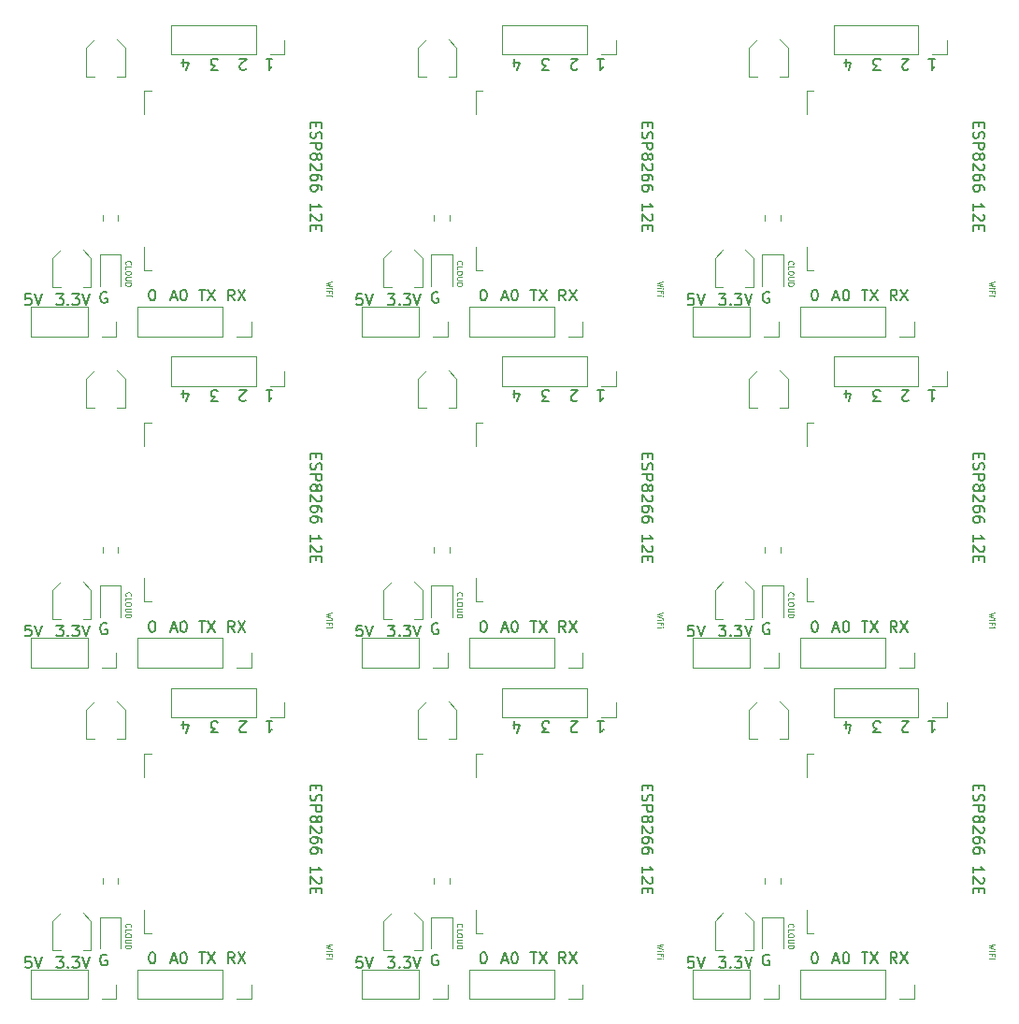
<source format=gbr>
G04 #@! TF.GenerationSoftware,KiCad,Pcbnew,5.1.4+dfsg1-1~bpo10+1*
G04 #@! TF.CreationDate,2022-07-23T13:57:56+05:30*
G04 #@! TF.ProjectId,Bolt my,426f6c74-206d-4792-9e6b-696361645f70,1.0*
G04 #@! TF.SameCoordinates,Original*
G04 #@! TF.FileFunction,Legend,Top*
G04 #@! TF.FilePolarity,Positive*
%FSLAX46Y46*%
G04 Gerber Fmt 4.6, Leading zero omitted, Abs format (unit mm)*
G04 Created by KiCad (PCBNEW 5.1.4+dfsg1-1~bpo10+1) date 2022-07-23 13:57:56*
%MOMM*%
%LPD*%
G04 APERTURE LIST*
%ADD10C,0.125000*%
%ADD11C,0.150000*%
%ADD12C,0.120000*%
G04 APERTURE END LIST*
D10*
X106653809Y-71913333D02*
X106153809Y-72032380D01*
X106510952Y-72127619D01*
X106153809Y-72222857D01*
X106653809Y-72341904D01*
X106153809Y-72532380D02*
X106487142Y-72532380D01*
X106653809Y-72532380D02*
X106630000Y-72508571D01*
X106606190Y-72532380D01*
X106630000Y-72556190D01*
X106653809Y-72532380D01*
X106606190Y-72532380D01*
X106415714Y-72937142D02*
X106415714Y-72770476D01*
X106153809Y-72770476D02*
X106653809Y-72770476D01*
X106653809Y-73008571D01*
X106153809Y-73199047D02*
X106487142Y-73199047D01*
X106653809Y-73199047D02*
X106630000Y-73175238D01*
X106606190Y-73199047D01*
X106630000Y-73222857D01*
X106653809Y-73199047D01*
X106606190Y-73199047D01*
D11*
X97813333Y-73632380D02*
X97480000Y-73156190D01*
X97241904Y-73632380D02*
X97241904Y-72632380D01*
X97622857Y-72632380D01*
X97718095Y-72680000D01*
X97765714Y-72727619D01*
X97813333Y-72822857D01*
X97813333Y-72965714D01*
X97765714Y-73060952D01*
X97718095Y-73108571D01*
X97622857Y-73156190D01*
X97241904Y-73156190D01*
X98146666Y-72632380D02*
X98813333Y-73632380D01*
X98813333Y-72632380D02*
X98146666Y-73632380D01*
X100694285Y-81727619D02*
X101265714Y-81727619D01*
X100980000Y-81727619D02*
X100980000Y-82727619D01*
X101075238Y-82584761D01*
X101170476Y-82489523D01*
X101265714Y-82441904D01*
D10*
X88001428Y-70358571D02*
X87977619Y-70334761D01*
X87953809Y-70263333D01*
X87953809Y-70215714D01*
X87977619Y-70144285D01*
X88025238Y-70096666D01*
X88072857Y-70072857D01*
X88168095Y-70049047D01*
X88239523Y-70049047D01*
X88334761Y-70072857D01*
X88382380Y-70096666D01*
X88430000Y-70144285D01*
X88453809Y-70215714D01*
X88453809Y-70263333D01*
X88430000Y-70334761D01*
X88406190Y-70358571D01*
X87953809Y-70810952D02*
X87953809Y-70572857D01*
X88453809Y-70572857D01*
X88453809Y-71072857D02*
X88453809Y-71168095D01*
X88430000Y-71215714D01*
X88382380Y-71263333D01*
X88287142Y-71287142D01*
X88120476Y-71287142D01*
X88025238Y-71263333D01*
X87977619Y-71215714D01*
X87953809Y-71168095D01*
X87953809Y-71072857D01*
X87977619Y-71025238D01*
X88025238Y-70977619D01*
X88120476Y-70953809D01*
X88287142Y-70953809D01*
X88382380Y-70977619D01*
X88430000Y-71025238D01*
X88453809Y-71072857D01*
X88453809Y-71501428D02*
X88049047Y-71501428D01*
X88001428Y-71525238D01*
X87977619Y-71549047D01*
X87953809Y-71596666D01*
X87953809Y-71691904D01*
X87977619Y-71739523D01*
X88001428Y-71763333D01*
X88049047Y-71787142D01*
X88453809Y-71787142D01*
X87953809Y-72025238D02*
X88453809Y-72025238D01*
X88453809Y-72144285D01*
X88430000Y-72215714D01*
X88382380Y-72263333D01*
X88334761Y-72287142D01*
X88239523Y-72310952D01*
X88168095Y-72310952D01*
X88072857Y-72287142D01*
X88025238Y-72263333D01*
X87977619Y-72215714D01*
X87953809Y-72144285D01*
X87953809Y-72025238D01*
D11*
X79389523Y-73032380D02*
X78913333Y-73032380D01*
X78865714Y-73508571D01*
X78913333Y-73460952D01*
X79008571Y-73413333D01*
X79246666Y-73413333D01*
X79341904Y-73460952D01*
X79389523Y-73508571D01*
X79437142Y-73603809D01*
X79437142Y-73841904D01*
X79389523Y-73937142D01*
X79341904Y-73984761D01*
X79246666Y-74032380D01*
X79008571Y-74032380D01*
X78913333Y-73984761D01*
X78865714Y-73937142D01*
X79722857Y-73032380D02*
X80056190Y-74032380D01*
X80389523Y-73032380D01*
D10*
X106653809Y-101913333D02*
X106153809Y-102032380D01*
X106510952Y-102127619D01*
X106153809Y-102222857D01*
X106653809Y-102341904D01*
X106153809Y-102532380D02*
X106487142Y-102532380D01*
X106653809Y-102532380D02*
X106630000Y-102508571D01*
X106606190Y-102532380D01*
X106630000Y-102556190D01*
X106653809Y-102532380D01*
X106606190Y-102532380D01*
X106415714Y-102937142D02*
X106415714Y-102770476D01*
X106153809Y-102770476D02*
X106653809Y-102770476D01*
X106653809Y-103008571D01*
X106153809Y-103199047D02*
X106487142Y-103199047D01*
X106653809Y-103199047D02*
X106630000Y-103175238D01*
X106606190Y-103199047D01*
X106630000Y-103222857D01*
X106653809Y-103199047D01*
X106606190Y-103199047D01*
D11*
X97813333Y-103632380D02*
X97480000Y-103156190D01*
X97241904Y-103632380D02*
X97241904Y-102632380D01*
X97622857Y-102632380D01*
X97718095Y-102680000D01*
X97765714Y-102727619D01*
X97813333Y-102822857D01*
X97813333Y-102965714D01*
X97765714Y-103060952D01*
X97718095Y-103108571D01*
X97622857Y-103156190D01*
X97241904Y-103156190D01*
X98146666Y-102632380D02*
X98813333Y-103632380D01*
X98813333Y-102632380D02*
X98146666Y-103632380D01*
X98865714Y-82632380D02*
X98818095Y-82680000D01*
X98722857Y-82727619D01*
X98484761Y-82727619D01*
X98389523Y-82680000D01*
X98341904Y-82632380D01*
X98294285Y-82537142D01*
X98294285Y-82441904D01*
X98341904Y-82299047D01*
X98913333Y-81727619D01*
X98294285Y-81727619D01*
X90332380Y-72632380D02*
X90427619Y-72632380D01*
X90522857Y-72680000D01*
X90570476Y-72727619D01*
X90618095Y-72822857D01*
X90665714Y-73013333D01*
X90665714Y-73251428D01*
X90618095Y-73441904D01*
X90570476Y-73537142D01*
X90522857Y-73584761D01*
X90427619Y-73632380D01*
X90332380Y-73632380D01*
X90237142Y-73584761D01*
X90189523Y-73537142D01*
X90141904Y-73441904D01*
X90094285Y-73251428D01*
X90094285Y-73013333D01*
X90141904Y-72822857D01*
X90189523Y-72727619D01*
X90237142Y-72680000D01*
X90332380Y-72632380D01*
X96313333Y-52727619D02*
X95694285Y-52727619D01*
X96027619Y-52346666D01*
X95884761Y-52346666D01*
X95789523Y-52299047D01*
X95741904Y-52251428D01*
X95694285Y-52156190D01*
X95694285Y-51918095D01*
X95741904Y-51822857D01*
X95789523Y-51775238D01*
X95884761Y-51727619D01*
X96170476Y-51727619D01*
X96265714Y-51775238D01*
X96313333Y-51822857D01*
X81703809Y-103032380D02*
X82322857Y-103032380D01*
X81989523Y-103413333D01*
X82132380Y-103413333D01*
X82227619Y-103460952D01*
X82275238Y-103508571D01*
X82322857Y-103603809D01*
X82322857Y-103841904D01*
X82275238Y-103937142D01*
X82227619Y-103984761D01*
X82132380Y-104032380D01*
X81846666Y-104032380D01*
X81751428Y-103984761D01*
X81703809Y-103937142D01*
X82751428Y-103937142D02*
X82799047Y-103984761D01*
X82751428Y-104032380D01*
X82703809Y-103984761D01*
X82751428Y-103937142D01*
X82751428Y-104032380D01*
X83132380Y-103032380D02*
X83751428Y-103032380D01*
X83418095Y-103413333D01*
X83560952Y-103413333D01*
X83656190Y-103460952D01*
X83703809Y-103508571D01*
X83751428Y-103603809D01*
X83751428Y-103841904D01*
X83703809Y-103937142D01*
X83656190Y-103984761D01*
X83560952Y-104032380D01*
X83275238Y-104032380D01*
X83180000Y-103984761D01*
X83132380Y-103937142D01*
X84037142Y-103032380D02*
X84370476Y-104032380D01*
X84703809Y-103032380D01*
D10*
X88001428Y-100358571D02*
X87977619Y-100334761D01*
X87953809Y-100263333D01*
X87953809Y-100215714D01*
X87977619Y-100144285D01*
X88025238Y-100096666D01*
X88072857Y-100072857D01*
X88168095Y-100049047D01*
X88239523Y-100049047D01*
X88334761Y-100072857D01*
X88382380Y-100096666D01*
X88430000Y-100144285D01*
X88453809Y-100215714D01*
X88453809Y-100263333D01*
X88430000Y-100334761D01*
X88406190Y-100358571D01*
X87953809Y-100810952D02*
X87953809Y-100572857D01*
X88453809Y-100572857D01*
X88453809Y-101072857D02*
X88453809Y-101168095D01*
X88430000Y-101215714D01*
X88382380Y-101263333D01*
X88287142Y-101287142D01*
X88120476Y-101287142D01*
X88025238Y-101263333D01*
X87977619Y-101215714D01*
X87953809Y-101168095D01*
X87953809Y-101072857D01*
X87977619Y-101025238D01*
X88025238Y-100977619D01*
X88120476Y-100953809D01*
X88287142Y-100953809D01*
X88382380Y-100977619D01*
X88430000Y-101025238D01*
X88453809Y-101072857D01*
X88453809Y-101501428D02*
X88049047Y-101501428D01*
X88001428Y-101525238D01*
X87977619Y-101549047D01*
X87953809Y-101596666D01*
X87953809Y-101691904D01*
X87977619Y-101739523D01*
X88001428Y-101763333D01*
X88049047Y-101787142D01*
X88453809Y-101787142D01*
X87953809Y-102025238D02*
X88453809Y-102025238D01*
X88453809Y-102144285D01*
X88430000Y-102215714D01*
X88382380Y-102263333D01*
X88334761Y-102287142D01*
X88239523Y-102310952D01*
X88168095Y-102310952D01*
X88072857Y-102287142D01*
X88025238Y-102263333D01*
X87977619Y-102215714D01*
X87953809Y-102144285D01*
X87953809Y-102025238D01*
D11*
X93189523Y-82394285D02*
X93189523Y-81727619D01*
X93427619Y-82775238D02*
X93665714Y-82060952D01*
X93046666Y-82060952D01*
X86241904Y-102880000D02*
X86146666Y-102832380D01*
X86003809Y-102832380D01*
X85860952Y-102880000D01*
X85765714Y-102975238D01*
X85718095Y-103070476D01*
X85670476Y-103260952D01*
X85670476Y-103403809D01*
X85718095Y-103594285D01*
X85765714Y-103689523D01*
X85860952Y-103784761D01*
X86003809Y-103832380D01*
X86099047Y-103832380D01*
X86241904Y-103784761D01*
X86289523Y-103737142D01*
X86289523Y-103403809D01*
X86099047Y-103403809D01*
X92065714Y-73346666D02*
X92541904Y-73346666D01*
X91970476Y-73632380D02*
X92303809Y-72632380D01*
X92637142Y-73632380D01*
X93160952Y-72632380D02*
X93256190Y-72632380D01*
X93351428Y-72680000D01*
X93399047Y-72727619D01*
X93446666Y-72822857D01*
X93494285Y-73013333D01*
X93494285Y-73251428D01*
X93446666Y-73441904D01*
X93399047Y-73537142D01*
X93351428Y-73584761D01*
X93256190Y-73632380D01*
X93160952Y-73632380D01*
X93065714Y-73584761D01*
X93018095Y-73537142D01*
X92970476Y-73441904D01*
X92922857Y-73251428D01*
X92922857Y-73013333D01*
X92970476Y-72822857D01*
X93018095Y-72727619D01*
X93065714Y-72680000D01*
X93160952Y-72632380D01*
X98865714Y-52632380D02*
X98818095Y-52680000D01*
X98722857Y-52727619D01*
X98484761Y-52727619D01*
X98389523Y-52680000D01*
X98341904Y-52632380D01*
X98294285Y-52537142D01*
X98294285Y-52441904D01*
X98341904Y-52299047D01*
X98913333Y-51727619D01*
X98294285Y-51727619D01*
X86241904Y-72880000D02*
X86146666Y-72832380D01*
X86003809Y-72832380D01*
X85860952Y-72880000D01*
X85765714Y-72975238D01*
X85718095Y-73070476D01*
X85670476Y-73260952D01*
X85670476Y-73403809D01*
X85718095Y-73594285D01*
X85765714Y-73689523D01*
X85860952Y-73784761D01*
X86003809Y-73832380D01*
X86099047Y-73832380D01*
X86241904Y-73784761D01*
X86289523Y-73737142D01*
X86289523Y-73403809D01*
X86099047Y-73403809D01*
X93189523Y-52394285D02*
X93189523Y-51727619D01*
X93427619Y-52775238D02*
X93665714Y-52060952D01*
X93046666Y-52060952D01*
X81703809Y-73032380D02*
X82322857Y-73032380D01*
X81989523Y-73413333D01*
X82132380Y-73413333D01*
X82227619Y-73460952D01*
X82275238Y-73508571D01*
X82322857Y-73603809D01*
X82322857Y-73841904D01*
X82275238Y-73937142D01*
X82227619Y-73984761D01*
X82132380Y-74032380D01*
X81846666Y-74032380D01*
X81751428Y-73984761D01*
X81703809Y-73937142D01*
X82751428Y-73937142D02*
X82799047Y-73984761D01*
X82751428Y-74032380D01*
X82703809Y-73984761D01*
X82751428Y-73937142D01*
X82751428Y-74032380D01*
X83132380Y-73032380D02*
X83751428Y-73032380D01*
X83418095Y-73413333D01*
X83560952Y-73413333D01*
X83656190Y-73460952D01*
X83703809Y-73508571D01*
X83751428Y-73603809D01*
X83751428Y-73841904D01*
X83703809Y-73937142D01*
X83656190Y-73984761D01*
X83560952Y-74032380D01*
X83275238Y-74032380D01*
X83180000Y-73984761D01*
X83132380Y-73937142D01*
X84037142Y-73032380D02*
X84370476Y-74032380D01*
X84703809Y-73032380D01*
X79389523Y-103032380D02*
X78913333Y-103032380D01*
X78865714Y-103508571D01*
X78913333Y-103460952D01*
X79008571Y-103413333D01*
X79246666Y-103413333D01*
X79341904Y-103460952D01*
X79389523Y-103508571D01*
X79437142Y-103603809D01*
X79437142Y-103841904D01*
X79389523Y-103937142D01*
X79341904Y-103984761D01*
X79246666Y-104032380D01*
X79008571Y-104032380D01*
X78913333Y-103984761D01*
X78865714Y-103937142D01*
X79722857Y-103032380D02*
X80056190Y-104032380D01*
X80389523Y-103032380D01*
X105251428Y-87499047D02*
X105251428Y-87832380D01*
X104727619Y-87975238D02*
X104727619Y-87499047D01*
X105727619Y-87499047D01*
X105727619Y-87975238D01*
X104775238Y-88356190D02*
X104727619Y-88499047D01*
X104727619Y-88737142D01*
X104775238Y-88832380D01*
X104822857Y-88880000D01*
X104918095Y-88927619D01*
X105013333Y-88927619D01*
X105108571Y-88880000D01*
X105156190Y-88832380D01*
X105203809Y-88737142D01*
X105251428Y-88546666D01*
X105299047Y-88451428D01*
X105346666Y-88403809D01*
X105441904Y-88356190D01*
X105537142Y-88356190D01*
X105632380Y-88403809D01*
X105680000Y-88451428D01*
X105727619Y-88546666D01*
X105727619Y-88784761D01*
X105680000Y-88927619D01*
X104727619Y-89356190D02*
X105727619Y-89356190D01*
X105727619Y-89737142D01*
X105680000Y-89832380D01*
X105632380Y-89880000D01*
X105537142Y-89927619D01*
X105394285Y-89927619D01*
X105299047Y-89880000D01*
X105251428Y-89832380D01*
X105203809Y-89737142D01*
X105203809Y-89356190D01*
X105299047Y-90499047D02*
X105346666Y-90403809D01*
X105394285Y-90356190D01*
X105489523Y-90308571D01*
X105537142Y-90308571D01*
X105632380Y-90356190D01*
X105680000Y-90403809D01*
X105727619Y-90499047D01*
X105727619Y-90689523D01*
X105680000Y-90784761D01*
X105632380Y-90832380D01*
X105537142Y-90880000D01*
X105489523Y-90880000D01*
X105394285Y-90832380D01*
X105346666Y-90784761D01*
X105299047Y-90689523D01*
X105299047Y-90499047D01*
X105251428Y-90403809D01*
X105203809Y-90356190D01*
X105108571Y-90308571D01*
X104918095Y-90308571D01*
X104822857Y-90356190D01*
X104775238Y-90403809D01*
X104727619Y-90499047D01*
X104727619Y-90689523D01*
X104775238Y-90784761D01*
X104822857Y-90832380D01*
X104918095Y-90880000D01*
X105108571Y-90880000D01*
X105203809Y-90832380D01*
X105251428Y-90784761D01*
X105299047Y-90689523D01*
X105632380Y-91260952D02*
X105680000Y-91308571D01*
X105727619Y-91403809D01*
X105727619Y-91641904D01*
X105680000Y-91737142D01*
X105632380Y-91784761D01*
X105537142Y-91832380D01*
X105441904Y-91832380D01*
X105299047Y-91784761D01*
X104727619Y-91213333D01*
X104727619Y-91832380D01*
X105727619Y-92689523D02*
X105727619Y-92499047D01*
X105680000Y-92403809D01*
X105632380Y-92356190D01*
X105489523Y-92260952D01*
X105299047Y-92213333D01*
X104918095Y-92213333D01*
X104822857Y-92260952D01*
X104775238Y-92308571D01*
X104727619Y-92403809D01*
X104727619Y-92594285D01*
X104775238Y-92689523D01*
X104822857Y-92737142D01*
X104918095Y-92784761D01*
X105156190Y-92784761D01*
X105251428Y-92737142D01*
X105299047Y-92689523D01*
X105346666Y-92594285D01*
X105346666Y-92403809D01*
X105299047Y-92308571D01*
X105251428Y-92260952D01*
X105156190Y-92213333D01*
X105727619Y-93641904D02*
X105727619Y-93451428D01*
X105680000Y-93356190D01*
X105632380Y-93308571D01*
X105489523Y-93213333D01*
X105299047Y-93165714D01*
X104918095Y-93165714D01*
X104822857Y-93213333D01*
X104775238Y-93260952D01*
X104727619Y-93356190D01*
X104727619Y-93546666D01*
X104775238Y-93641904D01*
X104822857Y-93689523D01*
X104918095Y-93737142D01*
X105156190Y-93737142D01*
X105251428Y-93689523D01*
X105299047Y-93641904D01*
X105346666Y-93546666D01*
X105346666Y-93356190D01*
X105299047Y-93260952D01*
X105251428Y-93213333D01*
X105156190Y-93165714D01*
X104727619Y-95451428D02*
X104727619Y-94880000D01*
X104727619Y-95165714D02*
X105727619Y-95165714D01*
X105584761Y-95070476D01*
X105489523Y-94975238D01*
X105441904Y-94880000D01*
X105632380Y-95832380D02*
X105680000Y-95880000D01*
X105727619Y-95975238D01*
X105727619Y-96213333D01*
X105680000Y-96308571D01*
X105632380Y-96356190D01*
X105537142Y-96403809D01*
X105441904Y-96403809D01*
X105299047Y-96356190D01*
X104727619Y-95784761D01*
X104727619Y-96403809D01*
X105251428Y-96832380D02*
X105251428Y-97165714D01*
X104727619Y-97308571D02*
X104727619Y-96832380D01*
X105727619Y-96832380D01*
X105727619Y-97308571D01*
X100694285Y-21727619D02*
X101265714Y-21727619D01*
X100980000Y-21727619D02*
X100980000Y-22727619D01*
X101075238Y-22584761D01*
X101170476Y-22489523D01*
X101265714Y-22441904D01*
X94618095Y-42632380D02*
X95189523Y-42632380D01*
X94903809Y-43632380D02*
X94903809Y-42632380D01*
X95427619Y-42632380D02*
X96094285Y-43632380D01*
X96094285Y-42632380D02*
X95427619Y-43632380D01*
X100694285Y-51727619D02*
X101265714Y-51727619D01*
X100980000Y-51727619D02*
X100980000Y-52727619D01*
X101075238Y-52584761D01*
X101170476Y-52489523D01*
X101265714Y-52441904D01*
X90332380Y-102632380D02*
X90427619Y-102632380D01*
X90522857Y-102680000D01*
X90570476Y-102727619D01*
X90618095Y-102822857D01*
X90665714Y-103013333D01*
X90665714Y-103251428D01*
X90618095Y-103441904D01*
X90570476Y-103537142D01*
X90522857Y-103584761D01*
X90427619Y-103632380D01*
X90332380Y-103632380D01*
X90237142Y-103584761D01*
X90189523Y-103537142D01*
X90141904Y-103441904D01*
X90094285Y-103251428D01*
X90094285Y-103013333D01*
X90141904Y-102822857D01*
X90189523Y-102727619D01*
X90237142Y-102680000D01*
X90332380Y-102632380D01*
D10*
X106653809Y-41913333D02*
X106153809Y-42032380D01*
X106510952Y-42127619D01*
X106153809Y-42222857D01*
X106653809Y-42341904D01*
X106153809Y-42532380D02*
X106487142Y-42532380D01*
X106653809Y-42532380D02*
X106630000Y-42508571D01*
X106606190Y-42532380D01*
X106630000Y-42556190D01*
X106653809Y-42532380D01*
X106606190Y-42532380D01*
X106415714Y-42937142D02*
X106415714Y-42770476D01*
X106153809Y-42770476D02*
X106653809Y-42770476D01*
X106653809Y-43008571D01*
X106153809Y-43199047D02*
X106487142Y-43199047D01*
X106653809Y-43199047D02*
X106630000Y-43175238D01*
X106606190Y-43199047D01*
X106630000Y-43222857D01*
X106653809Y-43199047D01*
X106606190Y-43199047D01*
D11*
X97813333Y-43632380D02*
X97480000Y-43156190D01*
X97241904Y-43632380D02*
X97241904Y-42632380D01*
X97622857Y-42632380D01*
X97718095Y-42680000D01*
X97765714Y-42727619D01*
X97813333Y-42822857D01*
X97813333Y-42965714D01*
X97765714Y-43060952D01*
X97718095Y-43108571D01*
X97622857Y-43156190D01*
X97241904Y-43156190D01*
X98146666Y-42632380D02*
X98813333Y-43632380D01*
X98813333Y-42632380D02*
X98146666Y-43632380D01*
X92065714Y-103346666D02*
X92541904Y-103346666D01*
X91970476Y-103632380D02*
X92303809Y-102632380D01*
X92637142Y-103632380D01*
X93160952Y-102632380D02*
X93256190Y-102632380D01*
X93351428Y-102680000D01*
X93399047Y-102727619D01*
X93446666Y-102822857D01*
X93494285Y-103013333D01*
X93494285Y-103251428D01*
X93446666Y-103441904D01*
X93399047Y-103537142D01*
X93351428Y-103584761D01*
X93256190Y-103632380D01*
X93160952Y-103632380D01*
X93065714Y-103584761D01*
X93018095Y-103537142D01*
X92970476Y-103441904D01*
X92922857Y-103251428D01*
X92922857Y-103013333D01*
X92970476Y-102822857D01*
X93018095Y-102727619D01*
X93065714Y-102680000D01*
X93160952Y-102632380D01*
X96313333Y-82727619D02*
X95694285Y-82727619D01*
X96027619Y-82346666D01*
X95884761Y-82346666D01*
X95789523Y-82299047D01*
X95741904Y-82251428D01*
X95694285Y-82156190D01*
X95694285Y-81918095D01*
X95741904Y-81822857D01*
X95789523Y-81775238D01*
X95884761Y-81727619D01*
X96170476Y-81727619D01*
X96265714Y-81775238D01*
X96313333Y-81822857D01*
X94618095Y-102632380D02*
X95189523Y-102632380D01*
X94903809Y-103632380D02*
X94903809Y-102632380D01*
X95427619Y-102632380D02*
X96094285Y-103632380D01*
X96094285Y-102632380D02*
X95427619Y-103632380D01*
X96313333Y-22727619D02*
X95694285Y-22727619D01*
X96027619Y-22346666D01*
X95884761Y-22346666D01*
X95789523Y-22299047D01*
X95741904Y-22251428D01*
X95694285Y-22156190D01*
X95694285Y-21918095D01*
X95741904Y-21822857D01*
X95789523Y-21775238D01*
X95884761Y-21727619D01*
X96170476Y-21727619D01*
X96265714Y-21775238D01*
X96313333Y-21822857D01*
X94618095Y-72632380D02*
X95189523Y-72632380D01*
X94903809Y-73632380D02*
X94903809Y-72632380D01*
X95427619Y-72632380D02*
X96094285Y-73632380D01*
X96094285Y-72632380D02*
X95427619Y-73632380D01*
X105251428Y-27499047D02*
X105251428Y-27832380D01*
X104727619Y-27975238D02*
X104727619Y-27499047D01*
X105727619Y-27499047D01*
X105727619Y-27975238D01*
X104775238Y-28356190D02*
X104727619Y-28499047D01*
X104727619Y-28737142D01*
X104775238Y-28832380D01*
X104822857Y-28880000D01*
X104918095Y-28927619D01*
X105013333Y-28927619D01*
X105108571Y-28880000D01*
X105156190Y-28832380D01*
X105203809Y-28737142D01*
X105251428Y-28546666D01*
X105299047Y-28451428D01*
X105346666Y-28403809D01*
X105441904Y-28356190D01*
X105537142Y-28356190D01*
X105632380Y-28403809D01*
X105680000Y-28451428D01*
X105727619Y-28546666D01*
X105727619Y-28784761D01*
X105680000Y-28927619D01*
X104727619Y-29356190D02*
X105727619Y-29356190D01*
X105727619Y-29737142D01*
X105680000Y-29832380D01*
X105632380Y-29880000D01*
X105537142Y-29927619D01*
X105394285Y-29927619D01*
X105299047Y-29880000D01*
X105251428Y-29832380D01*
X105203809Y-29737142D01*
X105203809Y-29356190D01*
X105299047Y-30499047D02*
X105346666Y-30403809D01*
X105394285Y-30356190D01*
X105489523Y-30308571D01*
X105537142Y-30308571D01*
X105632380Y-30356190D01*
X105680000Y-30403809D01*
X105727619Y-30499047D01*
X105727619Y-30689523D01*
X105680000Y-30784761D01*
X105632380Y-30832380D01*
X105537142Y-30880000D01*
X105489523Y-30880000D01*
X105394285Y-30832380D01*
X105346666Y-30784761D01*
X105299047Y-30689523D01*
X105299047Y-30499047D01*
X105251428Y-30403809D01*
X105203809Y-30356190D01*
X105108571Y-30308571D01*
X104918095Y-30308571D01*
X104822857Y-30356190D01*
X104775238Y-30403809D01*
X104727619Y-30499047D01*
X104727619Y-30689523D01*
X104775238Y-30784761D01*
X104822857Y-30832380D01*
X104918095Y-30880000D01*
X105108571Y-30880000D01*
X105203809Y-30832380D01*
X105251428Y-30784761D01*
X105299047Y-30689523D01*
X105632380Y-31260952D02*
X105680000Y-31308571D01*
X105727619Y-31403809D01*
X105727619Y-31641904D01*
X105680000Y-31737142D01*
X105632380Y-31784761D01*
X105537142Y-31832380D01*
X105441904Y-31832380D01*
X105299047Y-31784761D01*
X104727619Y-31213333D01*
X104727619Y-31832380D01*
X105727619Y-32689523D02*
X105727619Y-32499047D01*
X105680000Y-32403809D01*
X105632380Y-32356190D01*
X105489523Y-32260952D01*
X105299047Y-32213333D01*
X104918095Y-32213333D01*
X104822857Y-32260952D01*
X104775238Y-32308571D01*
X104727619Y-32403809D01*
X104727619Y-32594285D01*
X104775238Y-32689523D01*
X104822857Y-32737142D01*
X104918095Y-32784761D01*
X105156190Y-32784761D01*
X105251428Y-32737142D01*
X105299047Y-32689523D01*
X105346666Y-32594285D01*
X105346666Y-32403809D01*
X105299047Y-32308571D01*
X105251428Y-32260952D01*
X105156190Y-32213333D01*
X105727619Y-33641904D02*
X105727619Y-33451428D01*
X105680000Y-33356190D01*
X105632380Y-33308571D01*
X105489523Y-33213333D01*
X105299047Y-33165714D01*
X104918095Y-33165714D01*
X104822857Y-33213333D01*
X104775238Y-33260952D01*
X104727619Y-33356190D01*
X104727619Y-33546666D01*
X104775238Y-33641904D01*
X104822857Y-33689523D01*
X104918095Y-33737142D01*
X105156190Y-33737142D01*
X105251428Y-33689523D01*
X105299047Y-33641904D01*
X105346666Y-33546666D01*
X105346666Y-33356190D01*
X105299047Y-33260952D01*
X105251428Y-33213333D01*
X105156190Y-33165714D01*
X104727619Y-35451428D02*
X104727619Y-34880000D01*
X104727619Y-35165714D02*
X105727619Y-35165714D01*
X105584761Y-35070476D01*
X105489523Y-34975238D01*
X105441904Y-34880000D01*
X105632380Y-35832380D02*
X105680000Y-35880000D01*
X105727619Y-35975238D01*
X105727619Y-36213333D01*
X105680000Y-36308571D01*
X105632380Y-36356190D01*
X105537142Y-36403809D01*
X105441904Y-36403809D01*
X105299047Y-36356190D01*
X104727619Y-35784761D01*
X104727619Y-36403809D01*
X105251428Y-36832380D02*
X105251428Y-37165714D01*
X104727619Y-37308571D02*
X104727619Y-36832380D01*
X105727619Y-36832380D01*
X105727619Y-37308571D01*
D10*
X88001428Y-40358571D02*
X87977619Y-40334761D01*
X87953809Y-40263333D01*
X87953809Y-40215714D01*
X87977619Y-40144285D01*
X88025238Y-40096666D01*
X88072857Y-40072857D01*
X88168095Y-40049047D01*
X88239523Y-40049047D01*
X88334761Y-40072857D01*
X88382380Y-40096666D01*
X88430000Y-40144285D01*
X88453809Y-40215714D01*
X88453809Y-40263333D01*
X88430000Y-40334761D01*
X88406190Y-40358571D01*
X87953809Y-40810952D02*
X87953809Y-40572857D01*
X88453809Y-40572857D01*
X88453809Y-41072857D02*
X88453809Y-41168095D01*
X88430000Y-41215714D01*
X88382380Y-41263333D01*
X88287142Y-41287142D01*
X88120476Y-41287142D01*
X88025238Y-41263333D01*
X87977619Y-41215714D01*
X87953809Y-41168095D01*
X87953809Y-41072857D01*
X87977619Y-41025238D01*
X88025238Y-40977619D01*
X88120476Y-40953809D01*
X88287142Y-40953809D01*
X88382380Y-40977619D01*
X88430000Y-41025238D01*
X88453809Y-41072857D01*
X88453809Y-41501428D02*
X88049047Y-41501428D01*
X88001428Y-41525238D01*
X87977619Y-41549047D01*
X87953809Y-41596666D01*
X87953809Y-41691904D01*
X87977619Y-41739523D01*
X88001428Y-41763333D01*
X88049047Y-41787142D01*
X88453809Y-41787142D01*
X87953809Y-42025238D02*
X88453809Y-42025238D01*
X88453809Y-42144285D01*
X88430000Y-42215714D01*
X88382380Y-42263333D01*
X88334761Y-42287142D01*
X88239523Y-42310952D01*
X88168095Y-42310952D01*
X88072857Y-42287142D01*
X88025238Y-42263333D01*
X87977619Y-42215714D01*
X87953809Y-42144285D01*
X87953809Y-42025238D01*
D11*
X93189523Y-22394285D02*
X93189523Y-21727619D01*
X93427619Y-22775238D02*
X93665714Y-22060952D01*
X93046666Y-22060952D01*
X86241904Y-42880000D02*
X86146666Y-42832380D01*
X86003809Y-42832380D01*
X85860952Y-42880000D01*
X85765714Y-42975238D01*
X85718095Y-43070476D01*
X85670476Y-43260952D01*
X85670476Y-43403809D01*
X85718095Y-43594285D01*
X85765714Y-43689523D01*
X85860952Y-43784761D01*
X86003809Y-43832380D01*
X86099047Y-43832380D01*
X86241904Y-43784761D01*
X86289523Y-43737142D01*
X86289523Y-43403809D01*
X86099047Y-43403809D01*
X92065714Y-43346666D02*
X92541904Y-43346666D01*
X91970476Y-43632380D02*
X92303809Y-42632380D01*
X92637142Y-43632380D01*
X93160952Y-42632380D02*
X93256190Y-42632380D01*
X93351428Y-42680000D01*
X93399047Y-42727619D01*
X93446666Y-42822857D01*
X93494285Y-43013333D01*
X93494285Y-43251428D01*
X93446666Y-43441904D01*
X93399047Y-43537142D01*
X93351428Y-43584761D01*
X93256190Y-43632380D01*
X93160952Y-43632380D01*
X93065714Y-43584761D01*
X93018095Y-43537142D01*
X92970476Y-43441904D01*
X92922857Y-43251428D01*
X92922857Y-43013333D01*
X92970476Y-42822857D01*
X93018095Y-42727619D01*
X93065714Y-42680000D01*
X93160952Y-42632380D01*
X81703809Y-43032380D02*
X82322857Y-43032380D01*
X81989523Y-43413333D01*
X82132380Y-43413333D01*
X82227619Y-43460952D01*
X82275238Y-43508571D01*
X82322857Y-43603809D01*
X82322857Y-43841904D01*
X82275238Y-43937142D01*
X82227619Y-43984761D01*
X82132380Y-44032380D01*
X81846666Y-44032380D01*
X81751428Y-43984761D01*
X81703809Y-43937142D01*
X82751428Y-43937142D02*
X82799047Y-43984761D01*
X82751428Y-44032380D01*
X82703809Y-43984761D01*
X82751428Y-43937142D01*
X82751428Y-44032380D01*
X83132380Y-43032380D02*
X83751428Y-43032380D01*
X83418095Y-43413333D01*
X83560952Y-43413333D01*
X83656190Y-43460952D01*
X83703809Y-43508571D01*
X83751428Y-43603809D01*
X83751428Y-43841904D01*
X83703809Y-43937142D01*
X83656190Y-43984761D01*
X83560952Y-44032380D01*
X83275238Y-44032380D01*
X83180000Y-43984761D01*
X83132380Y-43937142D01*
X84037142Y-43032380D02*
X84370476Y-44032380D01*
X84703809Y-43032380D01*
X79389523Y-43032380D02*
X78913333Y-43032380D01*
X78865714Y-43508571D01*
X78913333Y-43460952D01*
X79008571Y-43413333D01*
X79246666Y-43413333D01*
X79341904Y-43460952D01*
X79389523Y-43508571D01*
X79437142Y-43603809D01*
X79437142Y-43841904D01*
X79389523Y-43937142D01*
X79341904Y-43984761D01*
X79246666Y-44032380D01*
X79008571Y-44032380D01*
X78913333Y-43984761D01*
X78865714Y-43937142D01*
X79722857Y-43032380D02*
X80056190Y-44032380D01*
X80389523Y-43032380D01*
X105251428Y-57499047D02*
X105251428Y-57832380D01*
X104727619Y-57975238D02*
X104727619Y-57499047D01*
X105727619Y-57499047D01*
X105727619Y-57975238D01*
X104775238Y-58356190D02*
X104727619Y-58499047D01*
X104727619Y-58737142D01*
X104775238Y-58832380D01*
X104822857Y-58880000D01*
X104918095Y-58927619D01*
X105013333Y-58927619D01*
X105108571Y-58880000D01*
X105156190Y-58832380D01*
X105203809Y-58737142D01*
X105251428Y-58546666D01*
X105299047Y-58451428D01*
X105346666Y-58403809D01*
X105441904Y-58356190D01*
X105537142Y-58356190D01*
X105632380Y-58403809D01*
X105680000Y-58451428D01*
X105727619Y-58546666D01*
X105727619Y-58784761D01*
X105680000Y-58927619D01*
X104727619Y-59356190D02*
X105727619Y-59356190D01*
X105727619Y-59737142D01*
X105680000Y-59832380D01*
X105632380Y-59880000D01*
X105537142Y-59927619D01*
X105394285Y-59927619D01*
X105299047Y-59880000D01*
X105251428Y-59832380D01*
X105203809Y-59737142D01*
X105203809Y-59356190D01*
X105299047Y-60499047D02*
X105346666Y-60403809D01*
X105394285Y-60356190D01*
X105489523Y-60308571D01*
X105537142Y-60308571D01*
X105632380Y-60356190D01*
X105680000Y-60403809D01*
X105727619Y-60499047D01*
X105727619Y-60689523D01*
X105680000Y-60784761D01*
X105632380Y-60832380D01*
X105537142Y-60880000D01*
X105489523Y-60880000D01*
X105394285Y-60832380D01*
X105346666Y-60784761D01*
X105299047Y-60689523D01*
X105299047Y-60499047D01*
X105251428Y-60403809D01*
X105203809Y-60356190D01*
X105108571Y-60308571D01*
X104918095Y-60308571D01*
X104822857Y-60356190D01*
X104775238Y-60403809D01*
X104727619Y-60499047D01*
X104727619Y-60689523D01*
X104775238Y-60784761D01*
X104822857Y-60832380D01*
X104918095Y-60880000D01*
X105108571Y-60880000D01*
X105203809Y-60832380D01*
X105251428Y-60784761D01*
X105299047Y-60689523D01*
X105632380Y-61260952D02*
X105680000Y-61308571D01*
X105727619Y-61403809D01*
X105727619Y-61641904D01*
X105680000Y-61737142D01*
X105632380Y-61784761D01*
X105537142Y-61832380D01*
X105441904Y-61832380D01*
X105299047Y-61784761D01*
X104727619Y-61213333D01*
X104727619Y-61832380D01*
X105727619Y-62689523D02*
X105727619Y-62499047D01*
X105680000Y-62403809D01*
X105632380Y-62356190D01*
X105489523Y-62260952D01*
X105299047Y-62213333D01*
X104918095Y-62213333D01*
X104822857Y-62260952D01*
X104775238Y-62308571D01*
X104727619Y-62403809D01*
X104727619Y-62594285D01*
X104775238Y-62689523D01*
X104822857Y-62737142D01*
X104918095Y-62784761D01*
X105156190Y-62784761D01*
X105251428Y-62737142D01*
X105299047Y-62689523D01*
X105346666Y-62594285D01*
X105346666Y-62403809D01*
X105299047Y-62308571D01*
X105251428Y-62260952D01*
X105156190Y-62213333D01*
X105727619Y-63641904D02*
X105727619Y-63451428D01*
X105680000Y-63356190D01*
X105632380Y-63308571D01*
X105489523Y-63213333D01*
X105299047Y-63165714D01*
X104918095Y-63165714D01*
X104822857Y-63213333D01*
X104775238Y-63260952D01*
X104727619Y-63356190D01*
X104727619Y-63546666D01*
X104775238Y-63641904D01*
X104822857Y-63689523D01*
X104918095Y-63737142D01*
X105156190Y-63737142D01*
X105251428Y-63689523D01*
X105299047Y-63641904D01*
X105346666Y-63546666D01*
X105346666Y-63356190D01*
X105299047Y-63260952D01*
X105251428Y-63213333D01*
X105156190Y-63165714D01*
X104727619Y-65451428D02*
X104727619Y-64880000D01*
X104727619Y-65165714D02*
X105727619Y-65165714D01*
X105584761Y-65070476D01*
X105489523Y-64975238D01*
X105441904Y-64880000D01*
X105632380Y-65832380D02*
X105680000Y-65880000D01*
X105727619Y-65975238D01*
X105727619Y-66213333D01*
X105680000Y-66308571D01*
X105632380Y-66356190D01*
X105537142Y-66403809D01*
X105441904Y-66403809D01*
X105299047Y-66356190D01*
X104727619Y-65784761D01*
X104727619Y-66403809D01*
X105251428Y-66832380D02*
X105251428Y-67165714D01*
X104727619Y-67308571D02*
X104727619Y-66832380D01*
X105727619Y-66832380D01*
X105727619Y-67308571D01*
X90332380Y-42632380D02*
X90427619Y-42632380D01*
X90522857Y-42680000D01*
X90570476Y-42727619D01*
X90618095Y-42822857D01*
X90665714Y-43013333D01*
X90665714Y-43251428D01*
X90618095Y-43441904D01*
X90570476Y-43537142D01*
X90522857Y-43584761D01*
X90427619Y-43632380D01*
X90332380Y-43632380D01*
X90237142Y-43584761D01*
X90189523Y-43537142D01*
X90141904Y-43441904D01*
X90094285Y-43251428D01*
X90094285Y-43013333D01*
X90141904Y-42822857D01*
X90189523Y-42727619D01*
X90237142Y-42680000D01*
X90332380Y-42632380D01*
X98865714Y-22632380D02*
X98818095Y-22680000D01*
X98722857Y-22727619D01*
X98484761Y-22727619D01*
X98389523Y-22680000D01*
X98341904Y-22632380D01*
X98294285Y-22537142D01*
X98294285Y-22441904D01*
X98341904Y-22299047D01*
X98913333Y-21727619D01*
X98294285Y-21727619D01*
D10*
X76653809Y-71913333D02*
X76153809Y-72032380D01*
X76510952Y-72127619D01*
X76153809Y-72222857D01*
X76653809Y-72341904D01*
X76153809Y-72532380D02*
X76487142Y-72532380D01*
X76653809Y-72532380D02*
X76630000Y-72508571D01*
X76606190Y-72532380D01*
X76630000Y-72556190D01*
X76653809Y-72532380D01*
X76606190Y-72532380D01*
X76415714Y-72937142D02*
X76415714Y-72770476D01*
X76153809Y-72770476D02*
X76653809Y-72770476D01*
X76653809Y-73008571D01*
X76153809Y-73199047D02*
X76487142Y-73199047D01*
X76653809Y-73199047D02*
X76630000Y-73175238D01*
X76606190Y-73199047D01*
X76630000Y-73222857D01*
X76653809Y-73199047D01*
X76606190Y-73199047D01*
D11*
X67813333Y-73632380D02*
X67480000Y-73156190D01*
X67241904Y-73632380D02*
X67241904Y-72632380D01*
X67622857Y-72632380D01*
X67718095Y-72680000D01*
X67765714Y-72727619D01*
X67813333Y-72822857D01*
X67813333Y-72965714D01*
X67765714Y-73060952D01*
X67718095Y-73108571D01*
X67622857Y-73156190D01*
X67241904Y-73156190D01*
X68146666Y-72632380D02*
X68813333Y-73632380D01*
X68813333Y-72632380D02*
X68146666Y-73632380D01*
X70694285Y-81727619D02*
X71265714Y-81727619D01*
X70980000Y-81727619D02*
X70980000Y-82727619D01*
X71075238Y-82584761D01*
X71170476Y-82489523D01*
X71265714Y-82441904D01*
D10*
X58001428Y-70358571D02*
X57977619Y-70334761D01*
X57953809Y-70263333D01*
X57953809Y-70215714D01*
X57977619Y-70144285D01*
X58025238Y-70096666D01*
X58072857Y-70072857D01*
X58168095Y-70049047D01*
X58239523Y-70049047D01*
X58334761Y-70072857D01*
X58382380Y-70096666D01*
X58430000Y-70144285D01*
X58453809Y-70215714D01*
X58453809Y-70263333D01*
X58430000Y-70334761D01*
X58406190Y-70358571D01*
X57953809Y-70810952D02*
X57953809Y-70572857D01*
X58453809Y-70572857D01*
X58453809Y-71072857D02*
X58453809Y-71168095D01*
X58430000Y-71215714D01*
X58382380Y-71263333D01*
X58287142Y-71287142D01*
X58120476Y-71287142D01*
X58025238Y-71263333D01*
X57977619Y-71215714D01*
X57953809Y-71168095D01*
X57953809Y-71072857D01*
X57977619Y-71025238D01*
X58025238Y-70977619D01*
X58120476Y-70953809D01*
X58287142Y-70953809D01*
X58382380Y-70977619D01*
X58430000Y-71025238D01*
X58453809Y-71072857D01*
X58453809Y-71501428D02*
X58049047Y-71501428D01*
X58001428Y-71525238D01*
X57977619Y-71549047D01*
X57953809Y-71596666D01*
X57953809Y-71691904D01*
X57977619Y-71739523D01*
X58001428Y-71763333D01*
X58049047Y-71787142D01*
X58453809Y-71787142D01*
X57953809Y-72025238D02*
X58453809Y-72025238D01*
X58453809Y-72144285D01*
X58430000Y-72215714D01*
X58382380Y-72263333D01*
X58334761Y-72287142D01*
X58239523Y-72310952D01*
X58168095Y-72310952D01*
X58072857Y-72287142D01*
X58025238Y-72263333D01*
X57977619Y-72215714D01*
X57953809Y-72144285D01*
X57953809Y-72025238D01*
D11*
X49389523Y-73032380D02*
X48913333Y-73032380D01*
X48865714Y-73508571D01*
X48913333Y-73460952D01*
X49008571Y-73413333D01*
X49246666Y-73413333D01*
X49341904Y-73460952D01*
X49389523Y-73508571D01*
X49437142Y-73603809D01*
X49437142Y-73841904D01*
X49389523Y-73937142D01*
X49341904Y-73984761D01*
X49246666Y-74032380D01*
X49008571Y-74032380D01*
X48913333Y-73984761D01*
X48865714Y-73937142D01*
X49722857Y-73032380D02*
X50056190Y-74032380D01*
X50389523Y-73032380D01*
D10*
X76653809Y-101913333D02*
X76153809Y-102032380D01*
X76510952Y-102127619D01*
X76153809Y-102222857D01*
X76653809Y-102341904D01*
X76153809Y-102532380D02*
X76487142Y-102532380D01*
X76653809Y-102532380D02*
X76630000Y-102508571D01*
X76606190Y-102532380D01*
X76630000Y-102556190D01*
X76653809Y-102532380D01*
X76606190Y-102532380D01*
X76415714Y-102937142D02*
X76415714Y-102770476D01*
X76153809Y-102770476D02*
X76653809Y-102770476D01*
X76653809Y-103008571D01*
X76153809Y-103199047D02*
X76487142Y-103199047D01*
X76653809Y-103199047D02*
X76630000Y-103175238D01*
X76606190Y-103199047D01*
X76630000Y-103222857D01*
X76653809Y-103199047D01*
X76606190Y-103199047D01*
D11*
X67813333Y-103632380D02*
X67480000Y-103156190D01*
X67241904Y-103632380D02*
X67241904Y-102632380D01*
X67622857Y-102632380D01*
X67718095Y-102680000D01*
X67765714Y-102727619D01*
X67813333Y-102822857D01*
X67813333Y-102965714D01*
X67765714Y-103060952D01*
X67718095Y-103108571D01*
X67622857Y-103156190D01*
X67241904Y-103156190D01*
X68146666Y-102632380D02*
X68813333Y-103632380D01*
X68813333Y-102632380D02*
X68146666Y-103632380D01*
X68865714Y-82632380D02*
X68818095Y-82680000D01*
X68722857Y-82727619D01*
X68484761Y-82727619D01*
X68389523Y-82680000D01*
X68341904Y-82632380D01*
X68294285Y-82537142D01*
X68294285Y-82441904D01*
X68341904Y-82299047D01*
X68913333Y-81727619D01*
X68294285Y-81727619D01*
X60332380Y-72632380D02*
X60427619Y-72632380D01*
X60522857Y-72680000D01*
X60570476Y-72727619D01*
X60618095Y-72822857D01*
X60665714Y-73013333D01*
X60665714Y-73251428D01*
X60618095Y-73441904D01*
X60570476Y-73537142D01*
X60522857Y-73584761D01*
X60427619Y-73632380D01*
X60332380Y-73632380D01*
X60237142Y-73584761D01*
X60189523Y-73537142D01*
X60141904Y-73441904D01*
X60094285Y-73251428D01*
X60094285Y-73013333D01*
X60141904Y-72822857D01*
X60189523Y-72727619D01*
X60237142Y-72680000D01*
X60332380Y-72632380D01*
X66313333Y-52727619D02*
X65694285Y-52727619D01*
X66027619Y-52346666D01*
X65884761Y-52346666D01*
X65789523Y-52299047D01*
X65741904Y-52251428D01*
X65694285Y-52156190D01*
X65694285Y-51918095D01*
X65741904Y-51822857D01*
X65789523Y-51775238D01*
X65884761Y-51727619D01*
X66170476Y-51727619D01*
X66265714Y-51775238D01*
X66313333Y-51822857D01*
X51703809Y-103032380D02*
X52322857Y-103032380D01*
X51989523Y-103413333D01*
X52132380Y-103413333D01*
X52227619Y-103460952D01*
X52275238Y-103508571D01*
X52322857Y-103603809D01*
X52322857Y-103841904D01*
X52275238Y-103937142D01*
X52227619Y-103984761D01*
X52132380Y-104032380D01*
X51846666Y-104032380D01*
X51751428Y-103984761D01*
X51703809Y-103937142D01*
X52751428Y-103937142D02*
X52799047Y-103984761D01*
X52751428Y-104032380D01*
X52703809Y-103984761D01*
X52751428Y-103937142D01*
X52751428Y-104032380D01*
X53132380Y-103032380D02*
X53751428Y-103032380D01*
X53418095Y-103413333D01*
X53560952Y-103413333D01*
X53656190Y-103460952D01*
X53703809Y-103508571D01*
X53751428Y-103603809D01*
X53751428Y-103841904D01*
X53703809Y-103937142D01*
X53656190Y-103984761D01*
X53560952Y-104032380D01*
X53275238Y-104032380D01*
X53180000Y-103984761D01*
X53132380Y-103937142D01*
X54037142Y-103032380D02*
X54370476Y-104032380D01*
X54703809Y-103032380D01*
D10*
X58001428Y-100358571D02*
X57977619Y-100334761D01*
X57953809Y-100263333D01*
X57953809Y-100215714D01*
X57977619Y-100144285D01*
X58025238Y-100096666D01*
X58072857Y-100072857D01*
X58168095Y-100049047D01*
X58239523Y-100049047D01*
X58334761Y-100072857D01*
X58382380Y-100096666D01*
X58430000Y-100144285D01*
X58453809Y-100215714D01*
X58453809Y-100263333D01*
X58430000Y-100334761D01*
X58406190Y-100358571D01*
X57953809Y-100810952D02*
X57953809Y-100572857D01*
X58453809Y-100572857D01*
X58453809Y-101072857D02*
X58453809Y-101168095D01*
X58430000Y-101215714D01*
X58382380Y-101263333D01*
X58287142Y-101287142D01*
X58120476Y-101287142D01*
X58025238Y-101263333D01*
X57977619Y-101215714D01*
X57953809Y-101168095D01*
X57953809Y-101072857D01*
X57977619Y-101025238D01*
X58025238Y-100977619D01*
X58120476Y-100953809D01*
X58287142Y-100953809D01*
X58382380Y-100977619D01*
X58430000Y-101025238D01*
X58453809Y-101072857D01*
X58453809Y-101501428D02*
X58049047Y-101501428D01*
X58001428Y-101525238D01*
X57977619Y-101549047D01*
X57953809Y-101596666D01*
X57953809Y-101691904D01*
X57977619Y-101739523D01*
X58001428Y-101763333D01*
X58049047Y-101787142D01*
X58453809Y-101787142D01*
X57953809Y-102025238D02*
X58453809Y-102025238D01*
X58453809Y-102144285D01*
X58430000Y-102215714D01*
X58382380Y-102263333D01*
X58334761Y-102287142D01*
X58239523Y-102310952D01*
X58168095Y-102310952D01*
X58072857Y-102287142D01*
X58025238Y-102263333D01*
X57977619Y-102215714D01*
X57953809Y-102144285D01*
X57953809Y-102025238D01*
D11*
X63189523Y-82394285D02*
X63189523Y-81727619D01*
X63427619Y-82775238D02*
X63665714Y-82060952D01*
X63046666Y-82060952D01*
X56241904Y-102880000D02*
X56146666Y-102832380D01*
X56003809Y-102832380D01*
X55860952Y-102880000D01*
X55765714Y-102975238D01*
X55718095Y-103070476D01*
X55670476Y-103260952D01*
X55670476Y-103403809D01*
X55718095Y-103594285D01*
X55765714Y-103689523D01*
X55860952Y-103784761D01*
X56003809Y-103832380D01*
X56099047Y-103832380D01*
X56241904Y-103784761D01*
X56289523Y-103737142D01*
X56289523Y-103403809D01*
X56099047Y-103403809D01*
X62065714Y-73346666D02*
X62541904Y-73346666D01*
X61970476Y-73632380D02*
X62303809Y-72632380D01*
X62637142Y-73632380D01*
X63160952Y-72632380D02*
X63256190Y-72632380D01*
X63351428Y-72680000D01*
X63399047Y-72727619D01*
X63446666Y-72822857D01*
X63494285Y-73013333D01*
X63494285Y-73251428D01*
X63446666Y-73441904D01*
X63399047Y-73537142D01*
X63351428Y-73584761D01*
X63256190Y-73632380D01*
X63160952Y-73632380D01*
X63065714Y-73584761D01*
X63018095Y-73537142D01*
X62970476Y-73441904D01*
X62922857Y-73251428D01*
X62922857Y-73013333D01*
X62970476Y-72822857D01*
X63018095Y-72727619D01*
X63065714Y-72680000D01*
X63160952Y-72632380D01*
X68865714Y-52632380D02*
X68818095Y-52680000D01*
X68722857Y-52727619D01*
X68484761Y-52727619D01*
X68389523Y-52680000D01*
X68341904Y-52632380D01*
X68294285Y-52537142D01*
X68294285Y-52441904D01*
X68341904Y-52299047D01*
X68913333Y-51727619D01*
X68294285Y-51727619D01*
X56241904Y-72880000D02*
X56146666Y-72832380D01*
X56003809Y-72832380D01*
X55860952Y-72880000D01*
X55765714Y-72975238D01*
X55718095Y-73070476D01*
X55670476Y-73260952D01*
X55670476Y-73403809D01*
X55718095Y-73594285D01*
X55765714Y-73689523D01*
X55860952Y-73784761D01*
X56003809Y-73832380D01*
X56099047Y-73832380D01*
X56241904Y-73784761D01*
X56289523Y-73737142D01*
X56289523Y-73403809D01*
X56099047Y-73403809D01*
X63189523Y-52394285D02*
X63189523Y-51727619D01*
X63427619Y-52775238D02*
X63665714Y-52060952D01*
X63046666Y-52060952D01*
X51703809Y-73032380D02*
X52322857Y-73032380D01*
X51989523Y-73413333D01*
X52132380Y-73413333D01*
X52227619Y-73460952D01*
X52275238Y-73508571D01*
X52322857Y-73603809D01*
X52322857Y-73841904D01*
X52275238Y-73937142D01*
X52227619Y-73984761D01*
X52132380Y-74032380D01*
X51846666Y-74032380D01*
X51751428Y-73984761D01*
X51703809Y-73937142D01*
X52751428Y-73937142D02*
X52799047Y-73984761D01*
X52751428Y-74032380D01*
X52703809Y-73984761D01*
X52751428Y-73937142D01*
X52751428Y-74032380D01*
X53132380Y-73032380D02*
X53751428Y-73032380D01*
X53418095Y-73413333D01*
X53560952Y-73413333D01*
X53656190Y-73460952D01*
X53703809Y-73508571D01*
X53751428Y-73603809D01*
X53751428Y-73841904D01*
X53703809Y-73937142D01*
X53656190Y-73984761D01*
X53560952Y-74032380D01*
X53275238Y-74032380D01*
X53180000Y-73984761D01*
X53132380Y-73937142D01*
X54037142Y-73032380D02*
X54370476Y-74032380D01*
X54703809Y-73032380D01*
X49389523Y-103032380D02*
X48913333Y-103032380D01*
X48865714Y-103508571D01*
X48913333Y-103460952D01*
X49008571Y-103413333D01*
X49246666Y-103413333D01*
X49341904Y-103460952D01*
X49389523Y-103508571D01*
X49437142Y-103603809D01*
X49437142Y-103841904D01*
X49389523Y-103937142D01*
X49341904Y-103984761D01*
X49246666Y-104032380D01*
X49008571Y-104032380D01*
X48913333Y-103984761D01*
X48865714Y-103937142D01*
X49722857Y-103032380D02*
X50056190Y-104032380D01*
X50389523Y-103032380D01*
X75251428Y-87499047D02*
X75251428Y-87832380D01*
X74727619Y-87975238D02*
X74727619Y-87499047D01*
X75727619Y-87499047D01*
X75727619Y-87975238D01*
X74775238Y-88356190D02*
X74727619Y-88499047D01*
X74727619Y-88737142D01*
X74775238Y-88832380D01*
X74822857Y-88880000D01*
X74918095Y-88927619D01*
X75013333Y-88927619D01*
X75108571Y-88880000D01*
X75156190Y-88832380D01*
X75203809Y-88737142D01*
X75251428Y-88546666D01*
X75299047Y-88451428D01*
X75346666Y-88403809D01*
X75441904Y-88356190D01*
X75537142Y-88356190D01*
X75632380Y-88403809D01*
X75680000Y-88451428D01*
X75727619Y-88546666D01*
X75727619Y-88784761D01*
X75680000Y-88927619D01*
X74727619Y-89356190D02*
X75727619Y-89356190D01*
X75727619Y-89737142D01*
X75680000Y-89832380D01*
X75632380Y-89880000D01*
X75537142Y-89927619D01*
X75394285Y-89927619D01*
X75299047Y-89880000D01*
X75251428Y-89832380D01*
X75203809Y-89737142D01*
X75203809Y-89356190D01*
X75299047Y-90499047D02*
X75346666Y-90403809D01*
X75394285Y-90356190D01*
X75489523Y-90308571D01*
X75537142Y-90308571D01*
X75632380Y-90356190D01*
X75680000Y-90403809D01*
X75727619Y-90499047D01*
X75727619Y-90689523D01*
X75680000Y-90784761D01*
X75632380Y-90832380D01*
X75537142Y-90880000D01*
X75489523Y-90880000D01*
X75394285Y-90832380D01*
X75346666Y-90784761D01*
X75299047Y-90689523D01*
X75299047Y-90499047D01*
X75251428Y-90403809D01*
X75203809Y-90356190D01*
X75108571Y-90308571D01*
X74918095Y-90308571D01*
X74822857Y-90356190D01*
X74775238Y-90403809D01*
X74727619Y-90499047D01*
X74727619Y-90689523D01*
X74775238Y-90784761D01*
X74822857Y-90832380D01*
X74918095Y-90880000D01*
X75108571Y-90880000D01*
X75203809Y-90832380D01*
X75251428Y-90784761D01*
X75299047Y-90689523D01*
X75632380Y-91260952D02*
X75680000Y-91308571D01*
X75727619Y-91403809D01*
X75727619Y-91641904D01*
X75680000Y-91737142D01*
X75632380Y-91784761D01*
X75537142Y-91832380D01*
X75441904Y-91832380D01*
X75299047Y-91784761D01*
X74727619Y-91213333D01*
X74727619Y-91832380D01*
X75727619Y-92689523D02*
X75727619Y-92499047D01*
X75680000Y-92403809D01*
X75632380Y-92356190D01*
X75489523Y-92260952D01*
X75299047Y-92213333D01*
X74918095Y-92213333D01*
X74822857Y-92260952D01*
X74775238Y-92308571D01*
X74727619Y-92403809D01*
X74727619Y-92594285D01*
X74775238Y-92689523D01*
X74822857Y-92737142D01*
X74918095Y-92784761D01*
X75156190Y-92784761D01*
X75251428Y-92737142D01*
X75299047Y-92689523D01*
X75346666Y-92594285D01*
X75346666Y-92403809D01*
X75299047Y-92308571D01*
X75251428Y-92260952D01*
X75156190Y-92213333D01*
X75727619Y-93641904D02*
X75727619Y-93451428D01*
X75680000Y-93356190D01*
X75632380Y-93308571D01*
X75489523Y-93213333D01*
X75299047Y-93165714D01*
X74918095Y-93165714D01*
X74822857Y-93213333D01*
X74775238Y-93260952D01*
X74727619Y-93356190D01*
X74727619Y-93546666D01*
X74775238Y-93641904D01*
X74822857Y-93689523D01*
X74918095Y-93737142D01*
X75156190Y-93737142D01*
X75251428Y-93689523D01*
X75299047Y-93641904D01*
X75346666Y-93546666D01*
X75346666Y-93356190D01*
X75299047Y-93260952D01*
X75251428Y-93213333D01*
X75156190Y-93165714D01*
X74727619Y-95451428D02*
X74727619Y-94880000D01*
X74727619Y-95165714D02*
X75727619Y-95165714D01*
X75584761Y-95070476D01*
X75489523Y-94975238D01*
X75441904Y-94880000D01*
X75632380Y-95832380D02*
X75680000Y-95880000D01*
X75727619Y-95975238D01*
X75727619Y-96213333D01*
X75680000Y-96308571D01*
X75632380Y-96356190D01*
X75537142Y-96403809D01*
X75441904Y-96403809D01*
X75299047Y-96356190D01*
X74727619Y-95784761D01*
X74727619Y-96403809D01*
X75251428Y-96832380D02*
X75251428Y-97165714D01*
X74727619Y-97308571D02*
X74727619Y-96832380D01*
X75727619Y-96832380D01*
X75727619Y-97308571D01*
X70694285Y-21727619D02*
X71265714Y-21727619D01*
X70980000Y-21727619D02*
X70980000Y-22727619D01*
X71075238Y-22584761D01*
X71170476Y-22489523D01*
X71265714Y-22441904D01*
X64618095Y-42632380D02*
X65189523Y-42632380D01*
X64903809Y-43632380D02*
X64903809Y-42632380D01*
X65427619Y-42632380D02*
X66094285Y-43632380D01*
X66094285Y-42632380D02*
X65427619Y-43632380D01*
X70694285Y-51727619D02*
X71265714Y-51727619D01*
X70980000Y-51727619D02*
X70980000Y-52727619D01*
X71075238Y-52584761D01*
X71170476Y-52489523D01*
X71265714Y-52441904D01*
X60332380Y-102632380D02*
X60427619Y-102632380D01*
X60522857Y-102680000D01*
X60570476Y-102727619D01*
X60618095Y-102822857D01*
X60665714Y-103013333D01*
X60665714Y-103251428D01*
X60618095Y-103441904D01*
X60570476Y-103537142D01*
X60522857Y-103584761D01*
X60427619Y-103632380D01*
X60332380Y-103632380D01*
X60237142Y-103584761D01*
X60189523Y-103537142D01*
X60141904Y-103441904D01*
X60094285Y-103251428D01*
X60094285Y-103013333D01*
X60141904Y-102822857D01*
X60189523Y-102727619D01*
X60237142Y-102680000D01*
X60332380Y-102632380D01*
D10*
X76653809Y-41913333D02*
X76153809Y-42032380D01*
X76510952Y-42127619D01*
X76153809Y-42222857D01*
X76653809Y-42341904D01*
X76153809Y-42532380D02*
X76487142Y-42532380D01*
X76653809Y-42532380D02*
X76630000Y-42508571D01*
X76606190Y-42532380D01*
X76630000Y-42556190D01*
X76653809Y-42532380D01*
X76606190Y-42532380D01*
X76415714Y-42937142D02*
X76415714Y-42770476D01*
X76153809Y-42770476D02*
X76653809Y-42770476D01*
X76653809Y-43008571D01*
X76153809Y-43199047D02*
X76487142Y-43199047D01*
X76653809Y-43199047D02*
X76630000Y-43175238D01*
X76606190Y-43199047D01*
X76630000Y-43222857D01*
X76653809Y-43199047D01*
X76606190Y-43199047D01*
D11*
X67813333Y-43632380D02*
X67480000Y-43156190D01*
X67241904Y-43632380D02*
X67241904Y-42632380D01*
X67622857Y-42632380D01*
X67718095Y-42680000D01*
X67765714Y-42727619D01*
X67813333Y-42822857D01*
X67813333Y-42965714D01*
X67765714Y-43060952D01*
X67718095Y-43108571D01*
X67622857Y-43156190D01*
X67241904Y-43156190D01*
X68146666Y-42632380D02*
X68813333Y-43632380D01*
X68813333Y-42632380D02*
X68146666Y-43632380D01*
X62065714Y-103346666D02*
X62541904Y-103346666D01*
X61970476Y-103632380D02*
X62303809Y-102632380D01*
X62637142Y-103632380D01*
X63160952Y-102632380D02*
X63256190Y-102632380D01*
X63351428Y-102680000D01*
X63399047Y-102727619D01*
X63446666Y-102822857D01*
X63494285Y-103013333D01*
X63494285Y-103251428D01*
X63446666Y-103441904D01*
X63399047Y-103537142D01*
X63351428Y-103584761D01*
X63256190Y-103632380D01*
X63160952Y-103632380D01*
X63065714Y-103584761D01*
X63018095Y-103537142D01*
X62970476Y-103441904D01*
X62922857Y-103251428D01*
X62922857Y-103013333D01*
X62970476Y-102822857D01*
X63018095Y-102727619D01*
X63065714Y-102680000D01*
X63160952Y-102632380D01*
X66313333Y-82727619D02*
X65694285Y-82727619D01*
X66027619Y-82346666D01*
X65884761Y-82346666D01*
X65789523Y-82299047D01*
X65741904Y-82251428D01*
X65694285Y-82156190D01*
X65694285Y-81918095D01*
X65741904Y-81822857D01*
X65789523Y-81775238D01*
X65884761Y-81727619D01*
X66170476Y-81727619D01*
X66265714Y-81775238D01*
X66313333Y-81822857D01*
X64618095Y-102632380D02*
X65189523Y-102632380D01*
X64903809Y-103632380D02*
X64903809Y-102632380D01*
X65427619Y-102632380D02*
X66094285Y-103632380D01*
X66094285Y-102632380D02*
X65427619Y-103632380D01*
X66313333Y-22727619D02*
X65694285Y-22727619D01*
X66027619Y-22346666D01*
X65884761Y-22346666D01*
X65789523Y-22299047D01*
X65741904Y-22251428D01*
X65694285Y-22156190D01*
X65694285Y-21918095D01*
X65741904Y-21822857D01*
X65789523Y-21775238D01*
X65884761Y-21727619D01*
X66170476Y-21727619D01*
X66265714Y-21775238D01*
X66313333Y-21822857D01*
X64618095Y-72632380D02*
X65189523Y-72632380D01*
X64903809Y-73632380D02*
X64903809Y-72632380D01*
X65427619Y-72632380D02*
X66094285Y-73632380D01*
X66094285Y-72632380D02*
X65427619Y-73632380D01*
X75251428Y-27499047D02*
X75251428Y-27832380D01*
X74727619Y-27975238D02*
X74727619Y-27499047D01*
X75727619Y-27499047D01*
X75727619Y-27975238D01*
X74775238Y-28356190D02*
X74727619Y-28499047D01*
X74727619Y-28737142D01*
X74775238Y-28832380D01*
X74822857Y-28880000D01*
X74918095Y-28927619D01*
X75013333Y-28927619D01*
X75108571Y-28880000D01*
X75156190Y-28832380D01*
X75203809Y-28737142D01*
X75251428Y-28546666D01*
X75299047Y-28451428D01*
X75346666Y-28403809D01*
X75441904Y-28356190D01*
X75537142Y-28356190D01*
X75632380Y-28403809D01*
X75680000Y-28451428D01*
X75727619Y-28546666D01*
X75727619Y-28784761D01*
X75680000Y-28927619D01*
X74727619Y-29356190D02*
X75727619Y-29356190D01*
X75727619Y-29737142D01*
X75680000Y-29832380D01*
X75632380Y-29880000D01*
X75537142Y-29927619D01*
X75394285Y-29927619D01*
X75299047Y-29880000D01*
X75251428Y-29832380D01*
X75203809Y-29737142D01*
X75203809Y-29356190D01*
X75299047Y-30499047D02*
X75346666Y-30403809D01*
X75394285Y-30356190D01*
X75489523Y-30308571D01*
X75537142Y-30308571D01*
X75632380Y-30356190D01*
X75680000Y-30403809D01*
X75727619Y-30499047D01*
X75727619Y-30689523D01*
X75680000Y-30784761D01*
X75632380Y-30832380D01*
X75537142Y-30880000D01*
X75489523Y-30880000D01*
X75394285Y-30832380D01*
X75346666Y-30784761D01*
X75299047Y-30689523D01*
X75299047Y-30499047D01*
X75251428Y-30403809D01*
X75203809Y-30356190D01*
X75108571Y-30308571D01*
X74918095Y-30308571D01*
X74822857Y-30356190D01*
X74775238Y-30403809D01*
X74727619Y-30499047D01*
X74727619Y-30689523D01*
X74775238Y-30784761D01*
X74822857Y-30832380D01*
X74918095Y-30880000D01*
X75108571Y-30880000D01*
X75203809Y-30832380D01*
X75251428Y-30784761D01*
X75299047Y-30689523D01*
X75632380Y-31260952D02*
X75680000Y-31308571D01*
X75727619Y-31403809D01*
X75727619Y-31641904D01*
X75680000Y-31737142D01*
X75632380Y-31784761D01*
X75537142Y-31832380D01*
X75441904Y-31832380D01*
X75299047Y-31784761D01*
X74727619Y-31213333D01*
X74727619Y-31832380D01*
X75727619Y-32689523D02*
X75727619Y-32499047D01*
X75680000Y-32403809D01*
X75632380Y-32356190D01*
X75489523Y-32260952D01*
X75299047Y-32213333D01*
X74918095Y-32213333D01*
X74822857Y-32260952D01*
X74775238Y-32308571D01*
X74727619Y-32403809D01*
X74727619Y-32594285D01*
X74775238Y-32689523D01*
X74822857Y-32737142D01*
X74918095Y-32784761D01*
X75156190Y-32784761D01*
X75251428Y-32737142D01*
X75299047Y-32689523D01*
X75346666Y-32594285D01*
X75346666Y-32403809D01*
X75299047Y-32308571D01*
X75251428Y-32260952D01*
X75156190Y-32213333D01*
X75727619Y-33641904D02*
X75727619Y-33451428D01*
X75680000Y-33356190D01*
X75632380Y-33308571D01*
X75489523Y-33213333D01*
X75299047Y-33165714D01*
X74918095Y-33165714D01*
X74822857Y-33213333D01*
X74775238Y-33260952D01*
X74727619Y-33356190D01*
X74727619Y-33546666D01*
X74775238Y-33641904D01*
X74822857Y-33689523D01*
X74918095Y-33737142D01*
X75156190Y-33737142D01*
X75251428Y-33689523D01*
X75299047Y-33641904D01*
X75346666Y-33546666D01*
X75346666Y-33356190D01*
X75299047Y-33260952D01*
X75251428Y-33213333D01*
X75156190Y-33165714D01*
X74727619Y-35451428D02*
X74727619Y-34880000D01*
X74727619Y-35165714D02*
X75727619Y-35165714D01*
X75584761Y-35070476D01*
X75489523Y-34975238D01*
X75441904Y-34880000D01*
X75632380Y-35832380D02*
X75680000Y-35880000D01*
X75727619Y-35975238D01*
X75727619Y-36213333D01*
X75680000Y-36308571D01*
X75632380Y-36356190D01*
X75537142Y-36403809D01*
X75441904Y-36403809D01*
X75299047Y-36356190D01*
X74727619Y-35784761D01*
X74727619Y-36403809D01*
X75251428Y-36832380D02*
X75251428Y-37165714D01*
X74727619Y-37308571D02*
X74727619Y-36832380D01*
X75727619Y-36832380D01*
X75727619Y-37308571D01*
D10*
X58001428Y-40358571D02*
X57977619Y-40334761D01*
X57953809Y-40263333D01*
X57953809Y-40215714D01*
X57977619Y-40144285D01*
X58025238Y-40096666D01*
X58072857Y-40072857D01*
X58168095Y-40049047D01*
X58239523Y-40049047D01*
X58334761Y-40072857D01*
X58382380Y-40096666D01*
X58430000Y-40144285D01*
X58453809Y-40215714D01*
X58453809Y-40263333D01*
X58430000Y-40334761D01*
X58406190Y-40358571D01*
X57953809Y-40810952D02*
X57953809Y-40572857D01*
X58453809Y-40572857D01*
X58453809Y-41072857D02*
X58453809Y-41168095D01*
X58430000Y-41215714D01*
X58382380Y-41263333D01*
X58287142Y-41287142D01*
X58120476Y-41287142D01*
X58025238Y-41263333D01*
X57977619Y-41215714D01*
X57953809Y-41168095D01*
X57953809Y-41072857D01*
X57977619Y-41025238D01*
X58025238Y-40977619D01*
X58120476Y-40953809D01*
X58287142Y-40953809D01*
X58382380Y-40977619D01*
X58430000Y-41025238D01*
X58453809Y-41072857D01*
X58453809Y-41501428D02*
X58049047Y-41501428D01*
X58001428Y-41525238D01*
X57977619Y-41549047D01*
X57953809Y-41596666D01*
X57953809Y-41691904D01*
X57977619Y-41739523D01*
X58001428Y-41763333D01*
X58049047Y-41787142D01*
X58453809Y-41787142D01*
X57953809Y-42025238D02*
X58453809Y-42025238D01*
X58453809Y-42144285D01*
X58430000Y-42215714D01*
X58382380Y-42263333D01*
X58334761Y-42287142D01*
X58239523Y-42310952D01*
X58168095Y-42310952D01*
X58072857Y-42287142D01*
X58025238Y-42263333D01*
X57977619Y-42215714D01*
X57953809Y-42144285D01*
X57953809Y-42025238D01*
D11*
X63189523Y-22394285D02*
X63189523Y-21727619D01*
X63427619Y-22775238D02*
X63665714Y-22060952D01*
X63046666Y-22060952D01*
X56241904Y-42880000D02*
X56146666Y-42832380D01*
X56003809Y-42832380D01*
X55860952Y-42880000D01*
X55765714Y-42975238D01*
X55718095Y-43070476D01*
X55670476Y-43260952D01*
X55670476Y-43403809D01*
X55718095Y-43594285D01*
X55765714Y-43689523D01*
X55860952Y-43784761D01*
X56003809Y-43832380D01*
X56099047Y-43832380D01*
X56241904Y-43784761D01*
X56289523Y-43737142D01*
X56289523Y-43403809D01*
X56099047Y-43403809D01*
X62065714Y-43346666D02*
X62541904Y-43346666D01*
X61970476Y-43632380D02*
X62303809Y-42632380D01*
X62637142Y-43632380D01*
X63160952Y-42632380D02*
X63256190Y-42632380D01*
X63351428Y-42680000D01*
X63399047Y-42727619D01*
X63446666Y-42822857D01*
X63494285Y-43013333D01*
X63494285Y-43251428D01*
X63446666Y-43441904D01*
X63399047Y-43537142D01*
X63351428Y-43584761D01*
X63256190Y-43632380D01*
X63160952Y-43632380D01*
X63065714Y-43584761D01*
X63018095Y-43537142D01*
X62970476Y-43441904D01*
X62922857Y-43251428D01*
X62922857Y-43013333D01*
X62970476Y-42822857D01*
X63018095Y-42727619D01*
X63065714Y-42680000D01*
X63160952Y-42632380D01*
X51703809Y-43032380D02*
X52322857Y-43032380D01*
X51989523Y-43413333D01*
X52132380Y-43413333D01*
X52227619Y-43460952D01*
X52275238Y-43508571D01*
X52322857Y-43603809D01*
X52322857Y-43841904D01*
X52275238Y-43937142D01*
X52227619Y-43984761D01*
X52132380Y-44032380D01*
X51846666Y-44032380D01*
X51751428Y-43984761D01*
X51703809Y-43937142D01*
X52751428Y-43937142D02*
X52799047Y-43984761D01*
X52751428Y-44032380D01*
X52703809Y-43984761D01*
X52751428Y-43937142D01*
X52751428Y-44032380D01*
X53132380Y-43032380D02*
X53751428Y-43032380D01*
X53418095Y-43413333D01*
X53560952Y-43413333D01*
X53656190Y-43460952D01*
X53703809Y-43508571D01*
X53751428Y-43603809D01*
X53751428Y-43841904D01*
X53703809Y-43937142D01*
X53656190Y-43984761D01*
X53560952Y-44032380D01*
X53275238Y-44032380D01*
X53180000Y-43984761D01*
X53132380Y-43937142D01*
X54037142Y-43032380D02*
X54370476Y-44032380D01*
X54703809Y-43032380D01*
X49389523Y-43032380D02*
X48913333Y-43032380D01*
X48865714Y-43508571D01*
X48913333Y-43460952D01*
X49008571Y-43413333D01*
X49246666Y-43413333D01*
X49341904Y-43460952D01*
X49389523Y-43508571D01*
X49437142Y-43603809D01*
X49437142Y-43841904D01*
X49389523Y-43937142D01*
X49341904Y-43984761D01*
X49246666Y-44032380D01*
X49008571Y-44032380D01*
X48913333Y-43984761D01*
X48865714Y-43937142D01*
X49722857Y-43032380D02*
X50056190Y-44032380D01*
X50389523Y-43032380D01*
X75251428Y-57499047D02*
X75251428Y-57832380D01*
X74727619Y-57975238D02*
X74727619Y-57499047D01*
X75727619Y-57499047D01*
X75727619Y-57975238D01*
X74775238Y-58356190D02*
X74727619Y-58499047D01*
X74727619Y-58737142D01*
X74775238Y-58832380D01*
X74822857Y-58880000D01*
X74918095Y-58927619D01*
X75013333Y-58927619D01*
X75108571Y-58880000D01*
X75156190Y-58832380D01*
X75203809Y-58737142D01*
X75251428Y-58546666D01*
X75299047Y-58451428D01*
X75346666Y-58403809D01*
X75441904Y-58356190D01*
X75537142Y-58356190D01*
X75632380Y-58403809D01*
X75680000Y-58451428D01*
X75727619Y-58546666D01*
X75727619Y-58784761D01*
X75680000Y-58927619D01*
X74727619Y-59356190D02*
X75727619Y-59356190D01*
X75727619Y-59737142D01*
X75680000Y-59832380D01*
X75632380Y-59880000D01*
X75537142Y-59927619D01*
X75394285Y-59927619D01*
X75299047Y-59880000D01*
X75251428Y-59832380D01*
X75203809Y-59737142D01*
X75203809Y-59356190D01*
X75299047Y-60499047D02*
X75346666Y-60403809D01*
X75394285Y-60356190D01*
X75489523Y-60308571D01*
X75537142Y-60308571D01*
X75632380Y-60356190D01*
X75680000Y-60403809D01*
X75727619Y-60499047D01*
X75727619Y-60689523D01*
X75680000Y-60784761D01*
X75632380Y-60832380D01*
X75537142Y-60880000D01*
X75489523Y-60880000D01*
X75394285Y-60832380D01*
X75346666Y-60784761D01*
X75299047Y-60689523D01*
X75299047Y-60499047D01*
X75251428Y-60403809D01*
X75203809Y-60356190D01*
X75108571Y-60308571D01*
X74918095Y-60308571D01*
X74822857Y-60356190D01*
X74775238Y-60403809D01*
X74727619Y-60499047D01*
X74727619Y-60689523D01*
X74775238Y-60784761D01*
X74822857Y-60832380D01*
X74918095Y-60880000D01*
X75108571Y-60880000D01*
X75203809Y-60832380D01*
X75251428Y-60784761D01*
X75299047Y-60689523D01*
X75632380Y-61260952D02*
X75680000Y-61308571D01*
X75727619Y-61403809D01*
X75727619Y-61641904D01*
X75680000Y-61737142D01*
X75632380Y-61784761D01*
X75537142Y-61832380D01*
X75441904Y-61832380D01*
X75299047Y-61784761D01*
X74727619Y-61213333D01*
X74727619Y-61832380D01*
X75727619Y-62689523D02*
X75727619Y-62499047D01*
X75680000Y-62403809D01*
X75632380Y-62356190D01*
X75489523Y-62260952D01*
X75299047Y-62213333D01*
X74918095Y-62213333D01*
X74822857Y-62260952D01*
X74775238Y-62308571D01*
X74727619Y-62403809D01*
X74727619Y-62594285D01*
X74775238Y-62689523D01*
X74822857Y-62737142D01*
X74918095Y-62784761D01*
X75156190Y-62784761D01*
X75251428Y-62737142D01*
X75299047Y-62689523D01*
X75346666Y-62594285D01*
X75346666Y-62403809D01*
X75299047Y-62308571D01*
X75251428Y-62260952D01*
X75156190Y-62213333D01*
X75727619Y-63641904D02*
X75727619Y-63451428D01*
X75680000Y-63356190D01*
X75632380Y-63308571D01*
X75489523Y-63213333D01*
X75299047Y-63165714D01*
X74918095Y-63165714D01*
X74822857Y-63213333D01*
X74775238Y-63260952D01*
X74727619Y-63356190D01*
X74727619Y-63546666D01*
X74775238Y-63641904D01*
X74822857Y-63689523D01*
X74918095Y-63737142D01*
X75156190Y-63737142D01*
X75251428Y-63689523D01*
X75299047Y-63641904D01*
X75346666Y-63546666D01*
X75346666Y-63356190D01*
X75299047Y-63260952D01*
X75251428Y-63213333D01*
X75156190Y-63165714D01*
X74727619Y-65451428D02*
X74727619Y-64880000D01*
X74727619Y-65165714D02*
X75727619Y-65165714D01*
X75584761Y-65070476D01*
X75489523Y-64975238D01*
X75441904Y-64880000D01*
X75632380Y-65832380D02*
X75680000Y-65880000D01*
X75727619Y-65975238D01*
X75727619Y-66213333D01*
X75680000Y-66308571D01*
X75632380Y-66356190D01*
X75537142Y-66403809D01*
X75441904Y-66403809D01*
X75299047Y-66356190D01*
X74727619Y-65784761D01*
X74727619Y-66403809D01*
X75251428Y-66832380D02*
X75251428Y-67165714D01*
X74727619Y-67308571D02*
X74727619Y-66832380D01*
X75727619Y-66832380D01*
X75727619Y-67308571D01*
X60332380Y-42632380D02*
X60427619Y-42632380D01*
X60522857Y-42680000D01*
X60570476Y-42727619D01*
X60618095Y-42822857D01*
X60665714Y-43013333D01*
X60665714Y-43251428D01*
X60618095Y-43441904D01*
X60570476Y-43537142D01*
X60522857Y-43584761D01*
X60427619Y-43632380D01*
X60332380Y-43632380D01*
X60237142Y-43584761D01*
X60189523Y-43537142D01*
X60141904Y-43441904D01*
X60094285Y-43251428D01*
X60094285Y-43013333D01*
X60141904Y-42822857D01*
X60189523Y-42727619D01*
X60237142Y-42680000D01*
X60332380Y-42632380D01*
X68865714Y-22632380D02*
X68818095Y-22680000D01*
X68722857Y-22727619D01*
X68484761Y-22727619D01*
X68389523Y-22680000D01*
X68341904Y-22632380D01*
X68294285Y-22537142D01*
X68294285Y-22441904D01*
X68341904Y-22299047D01*
X68913333Y-21727619D01*
X68294285Y-21727619D01*
X40694285Y-81727619D02*
X41265714Y-81727619D01*
X40980000Y-81727619D02*
X40980000Y-82727619D01*
X41075238Y-82584761D01*
X41170476Y-82489523D01*
X41265714Y-82441904D01*
X34618095Y-102632380D02*
X35189523Y-102632380D01*
X34903809Y-103632380D02*
X34903809Y-102632380D01*
X35427619Y-102632380D02*
X36094285Y-103632380D01*
X36094285Y-102632380D02*
X35427619Y-103632380D01*
D10*
X46653809Y-101913333D02*
X46153809Y-102032380D01*
X46510952Y-102127619D01*
X46153809Y-102222857D01*
X46653809Y-102341904D01*
X46153809Y-102532380D02*
X46487142Y-102532380D01*
X46653809Y-102532380D02*
X46630000Y-102508571D01*
X46606190Y-102532380D01*
X46630000Y-102556190D01*
X46653809Y-102532380D01*
X46606190Y-102532380D01*
X46415714Y-102937142D02*
X46415714Y-102770476D01*
X46153809Y-102770476D02*
X46653809Y-102770476D01*
X46653809Y-103008571D01*
X46153809Y-103199047D02*
X46487142Y-103199047D01*
X46653809Y-103199047D02*
X46630000Y-103175238D01*
X46606190Y-103199047D01*
X46630000Y-103222857D01*
X46653809Y-103199047D01*
X46606190Y-103199047D01*
D11*
X37813333Y-103632380D02*
X37480000Y-103156190D01*
X37241904Y-103632380D02*
X37241904Y-102632380D01*
X37622857Y-102632380D01*
X37718095Y-102680000D01*
X37765714Y-102727619D01*
X37813333Y-102822857D01*
X37813333Y-102965714D01*
X37765714Y-103060952D01*
X37718095Y-103108571D01*
X37622857Y-103156190D01*
X37241904Y-103156190D01*
X38146666Y-102632380D02*
X38813333Y-103632380D01*
X38813333Y-102632380D02*
X38146666Y-103632380D01*
X36313333Y-82727619D02*
X35694285Y-82727619D01*
X36027619Y-82346666D01*
X35884761Y-82346666D01*
X35789523Y-82299047D01*
X35741904Y-82251428D01*
X35694285Y-82156190D01*
X35694285Y-81918095D01*
X35741904Y-81822857D01*
X35789523Y-81775238D01*
X35884761Y-81727619D01*
X36170476Y-81727619D01*
X36265714Y-81775238D01*
X36313333Y-81822857D01*
X45251428Y-87499047D02*
X45251428Y-87832380D01*
X44727619Y-87975238D02*
X44727619Y-87499047D01*
X45727619Y-87499047D01*
X45727619Y-87975238D01*
X44775238Y-88356190D02*
X44727619Y-88499047D01*
X44727619Y-88737142D01*
X44775238Y-88832380D01*
X44822857Y-88880000D01*
X44918095Y-88927619D01*
X45013333Y-88927619D01*
X45108571Y-88880000D01*
X45156190Y-88832380D01*
X45203809Y-88737142D01*
X45251428Y-88546666D01*
X45299047Y-88451428D01*
X45346666Y-88403809D01*
X45441904Y-88356190D01*
X45537142Y-88356190D01*
X45632380Y-88403809D01*
X45680000Y-88451428D01*
X45727619Y-88546666D01*
X45727619Y-88784761D01*
X45680000Y-88927619D01*
X44727619Y-89356190D02*
X45727619Y-89356190D01*
X45727619Y-89737142D01*
X45680000Y-89832380D01*
X45632380Y-89880000D01*
X45537142Y-89927619D01*
X45394285Y-89927619D01*
X45299047Y-89880000D01*
X45251428Y-89832380D01*
X45203809Y-89737142D01*
X45203809Y-89356190D01*
X45299047Y-90499047D02*
X45346666Y-90403809D01*
X45394285Y-90356190D01*
X45489523Y-90308571D01*
X45537142Y-90308571D01*
X45632380Y-90356190D01*
X45680000Y-90403809D01*
X45727619Y-90499047D01*
X45727619Y-90689523D01*
X45680000Y-90784761D01*
X45632380Y-90832380D01*
X45537142Y-90880000D01*
X45489523Y-90880000D01*
X45394285Y-90832380D01*
X45346666Y-90784761D01*
X45299047Y-90689523D01*
X45299047Y-90499047D01*
X45251428Y-90403809D01*
X45203809Y-90356190D01*
X45108571Y-90308571D01*
X44918095Y-90308571D01*
X44822857Y-90356190D01*
X44775238Y-90403809D01*
X44727619Y-90499047D01*
X44727619Y-90689523D01*
X44775238Y-90784761D01*
X44822857Y-90832380D01*
X44918095Y-90880000D01*
X45108571Y-90880000D01*
X45203809Y-90832380D01*
X45251428Y-90784761D01*
X45299047Y-90689523D01*
X45632380Y-91260952D02*
X45680000Y-91308571D01*
X45727619Y-91403809D01*
X45727619Y-91641904D01*
X45680000Y-91737142D01*
X45632380Y-91784761D01*
X45537142Y-91832380D01*
X45441904Y-91832380D01*
X45299047Y-91784761D01*
X44727619Y-91213333D01*
X44727619Y-91832380D01*
X45727619Y-92689523D02*
X45727619Y-92499047D01*
X45680000Y-92403809D01*
X45632380Y-92356190D01*
X45489523Y-92260952D01*
X45299047Y-92213333D01*
X44918095Y-92213333D01*
X44822857Y-92260952D01*
X44775238Y-92308571D01*
X44727619Y-92403809D01*
X44727619Y-92594285D01*
X44775238Y-92689523D01*
X44822857Y-92737142D01*
X44918095Y-92784761D01*
X45156190Y-92784761D01*
X45251428Y-92737142D01*
X45299047Y-92689523D01*
X45346666Y-92594285D01*
X45346666Y-92403809D01*
X45299047Y-92308571D01*
X45251428Y-92260952D01*
X45156190Y-92213333D01*
X45727619Y-93641904D02*
X45727619Y-93451428D01*
X45680000Y-93356190D01*
X45632380Y-93308571D01*
X45489523Y-93213333D01*
X45299047Y-93165714D01*
X44918095Y-93165714D01*
X44822857Y-93213333D01*
X44775238Y-93260952D01*
X44727619Y-93356190D01*
X44727619Y-93546666D01*
X44775238Y-93641904D01*
X44822857Y-93689523D01*
X44918095Y-93737142D01*
X45156190Y-93737142D01*
X45251428Y-93689523D01*
X45299047Y-93641904D01*
X45346666Y-93546666D01*
X45346666Y-93356190D01*
X45299047Y-93260952D01*
X45251428Y-93213333D01*
X45156190Y-93165714D01*
X44727619Y-95451428D02*
X44727619Y-94880000D01*
X44727619Y-95165714D02*
X45727619Y-95165714D01*
X45584761Y-95070476D01*
X45489523Y-94975238D01*
X45441904Y-94880000D01*
X45632380Y-95832380D02*
X45680000Y-95880000D01*
X45727619Y-95975238D01*
X45727619Y-96213333D01*
X45680000Y-96308571D01*
X45632380Y-96356190D01*
X45537142Y-96403809D01*
X45441904Y-96403809D01*
X45299047Y-96356190D01*
X44727619Y-95784761D01*
X44727619Y-96403809D01*
X45251428Y-96832380D02*
X45251428Y-97165714D01*
X44727619Y-97308571D02*
X44727619Y-96832380D01*
X45727619Y-96832380D01*
X45727619Y-97308571D01*
D10*
X28001428Y-100358571D02*
X27977619Y-100334761D01*
X27953809Y-100263333D01*
X27953809Y-100215714D01*
X27977619Y-100144285D01*
X28025238Y-100096666D01*
X28072857Y-100072857D01*
X28168095Y-100049047D01*
X28239523Y-100049047D01*
X28334761Y-100072857D01*
X28382380Y-100096666D01*
X28430000Y-100144285D01*
X28453809Y-100215714D01*
X28453809Y-100263333D01*
X28430000Y-100334761D01*
X28406190Y-100358571D01*
X27953809Y-100810952D02*
X27953809Y-100572857D01*
X28453809Y-100572857D01*
X28453809Y-101072857D02*
X28453809Y-101168095D01*
X28430000Y-101215714D01*
X28382380Y-101263333D01*
X28287142Y-101287142D01*
X28120476Y-101287142D01*
X28025238Y-101263333D01*
X27977619Y-101215714D01*
X27953809Y-101168095D01*
X27953809Y-101072857D01*
X27977619Y-101025238D01*
X28025238Y-100977619D01*
X28120476Y-100953809D01*
X28287142Y-100953809D01*
X28382380Y-100977619D01*
X28430000Y-101025238D01*
X28453809Y-101072857D01*
X28453809Y-101501428D02*
X28049047Y-101501428D01*
X28001428Y-101525238D01*
X27977619Y-101549047D01*
X27953809Y-101596666D01*
X27953809Y-101691904D01*
X27977619Y-101739523D01*
X28001428Y-101763333D01*
X28049047Y-101787142D01*
X28453809Y-101787142D01*
X27953809Y-102025238D02*
X28453809Y-102025238D01*
X28453809Y-102144285D01*
X28430000Y-102215714D01*
X28382380Y-102263333D01*
X28334761Y-102287142D01*
X28239523Y-102310952D01*
X28168095Y-102310952D01*
X28072857Y-102287142D01*
X28025238Y-102263333D01*
X27977619Y-102215714D01*
X27953809Y-102144285D01*
X27953809Y-102025238D01*
D11*
X33189523Y-82394285D02*
X33189523Y-81727619D01*
X33427619Y-82775238D02*
X33665714Y-82060952D01*
X33046666Y-82060952D01*
X26241904Y-102880000D02*
X26146666Y-102832380D01*
X26003809Y-102832380D01*
X25860952Y-102880000D01*
X25765714Y-102975238D01*
X25718095Y-103070476D01*
X25670476Y-103260952D01*
X25670476Y-103403809D01*
X25718095Y-103594285D01*
X25765714Y-103689523D01*
X25860952Y-103784761D01*
X26003809Y-103832380D01*
X26099047Y-103832380D01*
X26241904Y-103784761D01*
X26289523Y-103737142D01*
X26289523Y-103403809D01*
X26099047Y-103403809D01*
X32065714Y-103346666D02*
X32541904Y-103346666D01*
X31970476Y-103632380D02*
X32303809Y-102632380D01*
X32637142Y-103632380D01*
X33160952Y-102632380D02*
X33256190Y-102632380D01*
X33351428Y-102680000D01*
X33399047Y-102727619D01*
X33446666Y-102822857D01*
X33494285Y-103013333D01*
X33494285Y-103251428D01*
X33446666Y-103441904D01*
X33399047Y-103537142D01*
X33351428Y-103584761D01*
X33256190Y-103632380D01*
X33160952Y-103632380D01*
X33065714Y-103584761D01*
X33018095Y-103537142D01*
X32970476Y-103441904D01*
X32922857Y-103251428D01*
X32922857Y-103013333D01*
X32970476Y-102822857D01*
X33018095Y-102727619D01*
X33065714Y-102680000D01*
X33160952Y-102632380D01*
X21703809Y-103032380D02*
X22322857Y-103032380D01*
X21989523Y-103413333D01*
X22132380Y-103413333D01*
X22227619Y-103460952D01*
X22275238Y-103508571D01*
X22322857Y-103603809D01*
X22322857Y-103841904D01*
X22275238Y-103937142D01*
X22227619Y-103984761D01*
X22132380Y-104032380D01*
X21846666Y-104032380D01*
X21751428Y-103984761D01*
X21703809Y-103937142D01*
X22751428Y-103937142D02*
X22799047Y-103984761D01*
X22751428Y-104032380D01*
X22703809Y-103984761D01*
X22751428Y-103937142D01*
X22751428Y-104032380D01*
X23132380Y-103032380D02*
X23751428Y-103032380D01*
X23418095Y-103413333D01*
X23560952Y-103413333D01*
X23656190Y-103460952D01*
X23703809Y-103508571D01*
X23751428Y-103603809D01*
X23751428Y-103841904D01*
X23703809Y-103937142D01*
X23656190Y-103984761D01*
X23560952Y-104032380D01*
X23275238Y-104032380D01*
X23180000Y-103984761D01*
X23132380Y-103937142D01*
X24037142Y-103032380D02*
X24370476Y-104032380D01*
X24703809Y-103032380D01*
X19389523Y-103032380D02*
X18913333Y-103032380D01*
X18865714Y-103508571D01*
X18913333Y-103460952D01*
X19008571Y-103413333D01*
X19246666Y-103413333D01*
X19341904Y-103460952D01*
X19389523Y-103508571D01*
X19437142Y-103603809D01*
X19437142Y-103841904D01*
X19389523Y-103937142D01*
X19341904Y-103984761D01*
X19246666Y-104032380D01*
X19008571Y-104032380D01*
X18913333Y-103984761D01*
X18865714Y-103937142D01*
X19722857Y-103032380D02*
X20056190Y-104032380D01*
X20389523Y-103032380D01*
X30332380Y-102632380D02*
X30427619Y-102632380D01*
X30522857Y-102680000D01*
X30570476Y-102727619D01*
X30618095Y-102822857D01*
X30665714Y-103013333D01*
X30665714Y-103251428D01*
X30618095Y-103441904D01*
X30570476Y-103537142D01*
X30522857Y-103584761D01*
X30427619Y-103632380D01*
X30332380Y-103632380D01*
X30237142Y-103584761D01*
X30189523Y-103537142D01*
X30141904Y-103441904D01*
X30094285Y-103251428D01*
X30094285Y-103013333D01*
X30141904Y-102822857D01*
X30189523Y-102727619D01*
X30237142Y-102680000D01*
X30332380Y-102632380D01*
X38865714Y-82632380D02*
X38818095Y-82680000D01*
X38722857Y-82727619D01*
X38484761Y-82727619D01*
X38389523Y-82680000D01*
X38341904Y-82632380D01*
X38294285Y-82537142D01*
X38294285Y-82441904D01*
X38341904Y-82299047D01*
X38913333Y-81727619D01*
X38294285Y-81727619D01*
X40694285Y-51727619D02*
X41265714Y-51727619D01*
X40980000Y-51727619D02*
X40980000Y-52727619D01*
X41075238Y-52584761D01*
X41170476Y-52489523D01*
X41265714Y-52441904D01*
X34618095Y-72632380D02*
X35189523Y-72632380D01*
X34903809Y-73632380D02*
X34903809Y-72632380D01*
X35427619Y-72632380D02*
X36094285Y-73632380D01*
X36094285Y-72632380D02*
X35427619Y-73632380D01*
D10*
X46653809Y-71913333D02*
X46153809Y-72032380D01*
X46510952Y-72127619D01*
X46153809Y-72222857D01*
X46653809Y-72341904D01*
X46153809Y-72532380D02*
X46487142Y-72532380D01*
X46653809Y-72532380D02*
X46630000Y-72508571D01*
X46606190Y-72532380D01*
X46630000Y-72556190D01*
X46653809Y-72532380D01*
X46606190Y-72532380D01*
X46415714Y-72937142D02*
X46415714Y-72770476D01*
X46153809Y-72770476D02*
X46653809Y-72770476D01*
X46653809Y-73008571D01*
X46153809Y-73199047D02*
X46487142Y-73199047D01*
X46653809Y-73199047D02*
X46630000Y-73175238D01*
X46606190Y-73199047D01*
X46630000Y-73222857D01*
X46653809Y-73199047D01*
X46606190Y-73199047D01*
D11*
X37813333Y-73632380D02*
X37480000Y-73156190D01*
X37241904Y-73632380D02*
X37241904Y-72632380D01*
X37622857Y-72632380D01*
X37718095Y-72680000D01*
X37765714Y-72727619D01*
X37813333Y-72822857D01*
X37813333Y-72965714D01*
X37765714Y-73060952D01*
X37718095Y-73108571D01*
X37622857Y-73156190D01*
X37241904Y-73156190D01*
X38146666Y-72632380D02*
X38813333Y-73632380D01*
X38813333Y-72632380D02*
X38146666Y-73632380D01*
X36313333Y-52727619D02*
X35694285Y-52727619D01*
X36027619Y-52346666D01*
X35884761Y-52346666D01*
X35789523Y-52299047D01*
X35741904Y-52251428D01*
X35694285Y-52156190D01*
X35694285Y-51918095D01*
X35741904Y-51822857D01*
X35789523Y-51775238D01*
X35884761Y-51727619D01*
X36170476Y-51727619D01*
X36265714Y-51775238D01*
X36313333Y-51822857D01*
X45251428Y-57499047D02*
X45251428Y-57832380D01*
X44727619Y-57975238D02*
X44727619Y-57499047D01*
X45727619Y-57499047D01*
X45727619Y-57975238D01*
X44775238Y-58356190D02*
X44727619Y-58499047D01*
X44727619Y-58737142D01*
X44775238Y-58832380D01*
X44822857Y-58880000D01*
X44918095Y-58927619D01*
X45013333Y-58927619D01*
X45108571Y-58880000D01*
X45156190Y-58832380D01*
X45203809Y-58737142D01*
X45251428Y-58546666D01*
X45299047Y-58451428D01*
X45346666Y-58403809D01*
X45441904Y-58356190D01*
X45537142Y-58356190D01*
X45632380Y-58403809D01*
X45680000Y-58451428D01*
X45727619Y-58546666D01*
X45727619Y-58784761D01*
X45680000Y-58927619D01*
X44727619Y-59356190D02*
X45727619Y-59356190D01*
X45727619Y-59737142D01*
X45680000Y-59832380D01*
X45632380Y-59880000D01*
X45537142Y-59927619D01*
X45394285Y-59927619D01*
X45299047Y-59880000D01*
X45251428Y-59832380D01*
X45203809Y-59737142D01*
X45203809Y-59356190D01*
X45299047Y-60499047D02*
X45346666Y-60403809D01*
X45394285Y-60356190D01*
X45489523Y-60308571D01*
X45537142Y-60308571D01*
X45632380Y-60356190D01*
X45680000Y-60403809D01*
X45727619Y-60499047D01*
X45727619Y-60689523D01*
X45680000Y-60784761D01*
X45632380Y-60832380D01*
X45537142Y-60880000D01*
X45489523Y-60880000D01*
X45394285Y-60832380D01*
X45346666Y-60784761D01*
X45299047Y-60689523D01*
X45299047Y-60499047D01*
X45251428Y-60403809D01*
X45203809Y-60356190D01*
X45108571Y-60308571D01*
X44918095Y-60308571D01*
X44822857Y-60356190D01*
X44775238Y-60403809D01*
X44727619Y-60499047D01*
X44727619Y-60689523D01*
X44775238Y-60784761D01*
X44822857Y-60832380D01*
X44918095Y-60880000D01*
X45108571Y-60880000D01*
X45203809Y-60832380D01*
X45251428Y-60784761D01*
X45299047Y-60689523D01*
X45632380Y-61260952D02*
X45680000Y-61308571D01*
X45727619Y-61403809D01*
X45727619Y-61641904D01*
X45680000Y-61737142D01*
X45632380Y-61784761D01*
X45537142Y-61832380D01*
X45441904Y-61832380D01*
X45299047Y-61784761D01*
X44727619Y-61213333D01*
X44727619Y-61832380D01*
X45727619Y-62689523D02*
X45727619Y-62499047D01*
X45680000Y-62403809D01*
X45632380Y-62356190D01*
X45489523Y-62260952D01*
X45299047Y-62213333D01*
X44918095Y-62213333D01*
X44822857Y-62260952D01*
X44775238Y-62308571D01*
X44727619Y-62403809D01*
X44727619Y-62594285D01*
X44775238Y-62689523D01*
X44822857Y-62737142D01*
X44918095Y-62784761D01*
X45156190Y-62784761D01*
X45251428Y-62737142D01*
X45299047Y-62689523D01*
X45346666Y-62594285D01*
X45346666Y-62403809D01*
X45299047Y-62308571D01*
X45251428Y-62260952D01*
X45156190Y-62213333D01*
X45727619Y-63641904D02*
X45727619Y-63451428D01*
X45680000Y-63356190D01*
X45632380Y-63308571D01*
X45489523Y-63213333D01*
X45299047Y-63165714D01*
X44918095Y-63165714D01*
X44822857Y-63213333D01*
X44775238Y-63260952D01*
X44727619Y-63356190D01*
X44727619Y-63546666D01*
X44775238Y-63641904D01*
X44822857Y-63689523D01*
X44918095Y-63737142D01*
X45156190Y-63737142D01*
X45251428Y-63689523D01*
X45299047Y-63641904D01*
X45346666Y-63546666D01*
X45346666Y-63356190D01*
X45299047Y-63260952D01*
X45251428Y-63213333D01*
X45156190Y-63165714D01*
X44727619Y-65451428D02*
X44727619Y-64880000D01*
X44727619Y-65165714D02*
X45727619Y-65165714D01*
X45584761Y-65070476D01*
X45489523Y-64975238D01*
X45441904Y-64880000D01*
X45632380Y-65832380D02*
X45680000Y-65880000D01*
X45727619Y-65975238D01*
X45727619Y-66213333D01*
X45680000Y-66308571D01*
X45632380Y-66356190D01*
X45537142Y-66403809D01*
X45441904Y-66403809D01*
X45299047Y-66356190D01*
X44727619Y-65784761D01*
X44727619Y-66403809D01*
X45251428Y-66832380D02*
X45251428Y-67165714D01*
X44727619Y-67308571D02*
X44727619Y-66832380D01*
X45727619Y-66832380D01*
X45727619Y-67308571D01*
D10*
X28001428Y-70358571D02*
X27977619Y-70334761D01*
X27953809Y-70263333D01*
X27953809Y-70215714D01*
X27977619Y-70144285D01*
X28025238Y-70096666D01*
X28072857Y-70072857D01*
X28168095Y-70049047D01*
X28239523Y-70049047D01*
X28334761Y-70072857D01*
X28382380Y-70096666D01*
X28430000Y-70144285D01*
X28453809Y-70215714D01*
X28453809Y-70263333D01*
X28430000Y-70334761D01*
X28406190Y-70358571D01*
X27953809Y-70810952D02*
X27953809Y-70572857D01*
X28453809Y-70572857D01*
X28453809Y-71072857D02*
X28453809Y-71168095D01*
X28430000Y-71215714D01*
X28382380Y-71263333D01*
X28287142Y-71287142D01*
X28120476Y-71287142D01*
X28025238Y-71263333D01*
X27977619Y-71215714D01*
X27953809Y-71168095D01*
X27953809Y-71072857D01*
X27977619Y-71025238D01*
X28025238Y-70977619D01*
X28120476Y-70953809D01*
X28287142Y-70953809D01*
X28382380Y-70977619D01*
X28430000Y-71025238D01*
X28453809Y-71072857D01*
X28453809Y-71501428D02*
X28049047Y-71501428D01*
X28001428Y-71525238D01*
X27977619Y-71549047D01*
X27953809Y-71596666D01*
X27953809Y-71691904D01*
X27977619Y-71739523D01*
X28001428Y-71763333D01*
X28049047Y-71787142D01*
X28453809Y-71787142D01*
X27953809Y-72025238D02*
X28453809Y-72025238D01*
X28453809Y-72144285D01*
X28430000Y-72215714D01*
X28382380Y-72263333D01*
X28334761Y-72287142D01*
X28239523Y-72310952D01*
X28168095Y-72310952D01*
X28072857Y-72287142D01*
X28025238Y-72263333D01*
X27977619Y-72215714D01*
X27953809Y-72144285D01*
X27953809Y-72025238D01*
D11*
X33189523Y-52394285D02*
X33189523Y-51727619D01*
X33427619Y-52775238D02*
X33665714Y-52060952D01*
X33046666Y-52060952D01*
X26241904Y-72880000D02*
X26146666Y-72832380D01*
X26003809Y-72832380D01*
X25860952Y-72880000D01*
X25765714Y-72975238D01*
X25718095Y-73070476D01*
X25670476Y-73260952D01*
X25670476Y-73403809D01*
X25718095Y-73594285D01*
X25765714Y-73689523D01*
X25860952Y-73784761D01*
X26003809Y-73832380D01*
X26099047Y-73832380D01*
X26241904Y-73784761D01*
X26289523Y-73737142D01*
X26289523Y-73403809D01*
X26099047Y-73403809D01*
X32065714Y-73346666D02*
X32541904Y-73346666D01*
X31970476Y-73632380D02*
X32303809Y-72632380D01*
X32637142Y-73632380D01*
X33160952Y-72632380D02*
X33256190Y-72632380D01*
X33351428Y-72680000D01*
X33399047Y-72727619D01*
X33446666Y-72822857D01*
X33494285Y-73013333D01*
X33494285Y-73251428D01*
X33446666Y-73441904D01*
X33399047Y-73537142D01*
X33351428Y-73584761D01*
X33256190Y-73632380D01*
X33160952Y-73632380D01*
X33065714Y-73584761D01*
X33018095Y-73537142D01*
X32970476Y-73441904D01*
X32922857Y-73251428D01*
X32922857Y-73013333D01*
X32970476Y-72822857D01*
X33018095Y-72727619D01*
X33065714Y-72680000D01*
X33160952Y-72632380D01*
X21703809Y-73032380D02*
X22322857Y-73032380D01*
X21989523Y-73413333D01*
X22132380Y-73413333D01*
X22227619Y-73460952D01*
X22275238Y-73508571D01*
X22322857Y-73603809D01*
X22322857Y-73841904D01*
X22275238Y-73937142D01*
X22227619Y-73984761D01*
X22132380Y-74032380D01*
X21846666Y-74032380D01*
X21751428Y-73984761D01*
X21703809Y-73937142D01*
X22751428Y-73937142D02*
X22799047Y-73984761D01*
X22751428Y-74032380D01*
X22703809Y-73984761D01*
X22751428Y-73937142D01*
X22751428Y-74032380D01*
X23132380Y-73032380D02*
X23751428Y-73032380D01*
X23418095Y-73413333D01*
X23560952Y-73413333D01*
X23656190Y-73460952D01*
X23703809Y-73508571D01*
X23751428Y-73603809D01*
X23751428Y-73841904D01*
X23703809Y-73937142D01*
X23656190Y-73984761D01*
X23560952Y-74032380D01*
X23275238Y-74032380D01*
X23180000Y-73984761D01*
X23132380Y-73937142D01*
X24037142Y-73032380D02*
X24370476Y-74032380D01*
X24703809Y-73032380D01*
X19389523Y-73032380D02*
X18913333Y-73032380D01*
X18865714Y-73508571D01*
X18913333Y-73460952D01*
X19008571Y-73413333D01*
X19246666Y-73413333D01*
X19341904Y-73460952D01*
X19389523Y-73508571D01*
X19437142Y-73603809D01*
X19437142Y-73841904D01*
X19389523Y-73937142D01*
X19341904Y-73984761D01*
X19246666Y-74032380D01*
X19008571Y-74032380D01*
X18913333Y-73984761D01*
X18865714Y-73937142D01*
X19722857Y-73032380D02*
X20056190Y-74032380D01*
X20389523Y-73032380D01*
X30332380Y-72632380D02*
X30427619Y-72632380D01*
X30522857Y-72680000D01*
X30570476Y-72727619D01*
X30618095Y-72822857D01*
X30665714Y-73013333D01*
X30665714Y-73251428D01*
X30618095Y-73441904D01*
X30570476Y-73537142D01*
X30522857Y-73584761D01*
X30427619Y-73632380D01*
X30332380Y-73632380D01*
X30237142Y-73584761D01*
X30189523Y-73537142D01*
X30141904Y-73441904D01*
X30094285Y-73251428D01*
X30094285Y-73013333D01*
X30141904Y-72822857D01*
X30189523Y-72727619D01*
X30237142Y-72680000D01*
X30332380Y-72632380D01*
X38865714Y-52632380D02*
X38818095Y-52680000D01*
X38722857Y-52727619D01*
X38484761Y-52727619D01*
X38389523Y-52680000D01*
X38341904Y-52632380D01*
X38294285Y-52537142D01*
X38294285Y-52441904D01*
X38341904Y-52299047D01*
X38913333Y-51727619D01*
X38294285Y-51727619D01*
X45251428Y-27499047D02*
X45251428Y-27832380D01*
X44727619Y-27975238D02*
X44727619Y-27499047D01*
X45727619Y-27499047D01*
X45727619Y-27975238D01*
X44775238Y-28356190D02*
X44727619Y-28499047D01*
X44727619Y-28737142D01*
X44775238Y-28832380D01*
X44822857Y-28880000D01*
X44918095Y-28927619D01*
X45013333Y-28927619D01*
X45108571Y-28880000D01*
X45156190Y-28832380D01*
X45203809Y-28737142D01*
X45251428Y-28546666D01*
X45299047Y-28451428D01*
X45346666Y-28403809D01*
X45441904Y-28356190D01*
X45537142Y-28356190D01*
X45632380Y-28403809D01*
X45680000Y-28451428D01*
X45727619Y-28546666D01*
X45727619Y-28784761D01*
X45680000Y-28927619D01*
X44727619Y-29356190D02*
X45727619Y-29356190D01*
X45727619Y-29737142D01*
X45680000Y-29832380D01*
X45632380Y-29880000D01*
X45537142Y-29927619D01*
X45394285Y-29927619D01*
X45299047Y-29880000D01*
X45251428Y-29832380D01*
X45203809Y-29737142D01*
X45203809Y-29356190D01*
X45299047Y-30499047D02*
X45346666Y-30403809D01*
X45394285Y-30356190D01*
X45489523Y-30308571D01*
X45537142Y-30308571D01*
X45632380Y-30356190D01*
X45680000Y-30403809D01*
X45727619Y-30499047D01*
X45727619Y-30689523D01*
X45680000Y-30784761D01*
X45632380Y-30832380D01*
X45537142Y-30880000D01*
X45489523Y-30880000D01*
X45394285Y-30832380D01*
X45346666Y-30784761D01*
X45299047Y-30689523D01*
X45299047Y-30499047D01*
X45251428Y-30403809D01*
X45203809Y-30356190D01*
X45108571Y-30308571D01*
X44918095Y-30308571D01*
X44822857Y-30356190D01*
X44775238Y-30403809D01*
X44727619Y-30499047D01*
X44727619Y-30689523D01*
X44775238Y-30784761D01*
X44822857Y-30832380D01*
X44918095Y-30880000D01*
X45108571Y-30880000D01*
X45203809Y-30832380D01*
X45251428Y-30784761D01*
X45299047Y-30689523D01*
X45632380Y-31260952D02*
X45680000Y-31308571D01*
X45727619Y-31403809D01*
X45727619Y-31641904D01*
X45680000Y-31737142D01*
X45632380Y-31784761D01*
X45537142Y-31832380D01*
X45441904Y-31832380D01*
X45299047Y-31784761D01*
X44727619Y-31213333D01*
X44727619Y-31832380D01*
X45727619Y-32689523D02*
X45727619Y-32499047D01*
X45680000Y-32403809D01*
X45632380Y-32356190D01*
X45489523Y-32260952D01*
X45299047Y-32213333D01*
X44918095Y-32213333D01*
X44822857Y-32260952D01*
X44775238Y-32308571D01*
X44727619Y-32403809D01*
X44727619Y-32594285D01*
X44775238Y-32689523D01*
X44822857Y-32737142D01*
X44918095Y-32784761D01*
X45156190Y-32784761D01*
X45251428Y-32737142D01*
X45299047Y-32689523D01*
X45346666Y-32594285D01*
X45346666Y-32403809D01*
X45299047Y-32308571D01*
X45251428Y-32260952D01*
X45156190Y-32213333D01*
X45727619Y-33641904D02*
X45727619Y-33451428D01*
X45680000Y-33356190D01*
X45632380Y-33308571D01*
X45489523Y-33213333D01*
X45299047Y-33165714D01*
X44918095Y-33165714D01*
X44822857Y-33213333D01*
X44775238Y-33260952D01*
X44727619Y-33356190D01*
X44727619Y-33546666D01*
X44775238Y-33641904D01*
X44822857Y-33689523D01*
X44918095Y-33737142D01*
X45156190Y-33737142D01*
X45251428Y-33689523D01*
X45299047Y-33641904D01*
X45346666Y-33546666D01*
X45346666Y-33356190D01*
X45299047Y-33260952D01*
X45251428Y-33213333D01*
X45156190Y-33165714D01*
X44727619Y-35451428D02*
X44727619Y-34880000D01*
X44727619Y-35165714D02*
X45727619Y-35165714D01*
X45584761Y-35070476D01*
X45489523Y-34975238D01*
X45441904Y-34880000D01*
X45632380Y-35832380D02*
X45680000Y-35880000D01*
X45727619Y-35975238D01*
X45727619Y-36213333D01*
X45680000Y-36308571D01*
X45632380Y-36356190D01*
X45537142Y-36403809D01*
X45441904Y-36403809D01*
X45299047Y-36356190D01*
X44727619Y-35784761D01*
X44727619Y-36403809D01*
X45251428Y-36832380D02*
X45251428Y-37165714D01*
X44727619Y-37308571D02*
X44727619Y-36832380D01*
X45727619Y-36832380D01*
X45727619Y-37308571D01*
D10*
X46653809Y-41913333D02*
X46153809Y-42032380D01*
X46510952Y-42127619D01*
X46153809Y-42222857D01*
X46653809Y-42341904D01*
X46153809Y-42532380D02*
X46487142Y-42532380D01*
X46653809Y-42532380D02*
X46630000Y-42508571D01*
X46606190Y-42532380D01*
X46630000Y-42556190D01*
X46653809Y-42532380D01*
X46606190Y-42532380D01*
X46415714Y-42937142D02*
X46415714Y-42770476D01*
X46153809Y-42770476D02*
X46653809Y-42770476D01*
X46653809Y-43008571D01*
X46153809Y-43199047D02*
X46487142Y-43199047D01*
X46653809Y-43199047D02*
X46630000Y-43175238D01*
X46606190Y-43199047D01*
X46630000Y-43222857D01*
X46653809Y-43199047D01*
X46606190Y-43199047D01*
X28001428Y-40358571D02*
X27977619Y-40334761D01*
X27953809Y-40263333D01*
X27953809Y-40215714D01*
X27977619Y-40144285D01*
X28025238Y-40096666D01*
X28072857Y-40072857D01*
X28168095Y-40049047D01*
X28239523Y-40049047D01*
X28334761Y-40072857D01*
X28382380Y-40096666D01*
X28430000Y-40144285D01*
X28453809Y-40215714D01*
X28453809Y-40263333D01*
X28430000Y-40334761D01*
X28406190Y-40358571D01*
X27953809Y-40810952D02*
X27953809Y-40572857D01*
X28453809Y-40572857D01*
X28453809Y-41072857D02*
X28453809Y-41168095D01*
X28430000Y-41215714D01*
X28382380Y-41263333D01*
X28287142Y-41287142D01*
X28120476Y-41287142D01*
X28025238Y-41263333D01*
X27977619Y-41215714D01*
X27953809Y-41168095D01*
X27953809Y-41072857D01*
X27977619Y-41025238D01*
X28025238Y-40977619D01*
X28120476Y-40953809D01*
X28287142Y-40953809D01*
X28382380Y-40977619D01*
X28430000Y-41025238D01*
X28453809Y-41072857D01*
X28453809Y-41501428D02*
X28049047Y-41501428D01*
X28001428Y-41525238D01*
X27977619Y-41549047D01*
X27953809Y-41596666D01*
X27953809Y-41691904D01*
X27977619Y-41739523D01*
X28001428Y-41763333D01*
X28049047Y-41787142D01*
X28453809Y-41787142D01*
X27953809Y-42025238D02*
X28453809Y-42025238D01*
X28453809Y-42144285D01*
X28430000Y-42215714D01*
X28382380Y-42263333D01*
X28334761Y-42287142D01*
X28239523Y-42310952D01*
X28168095Y-42310952D01*
X28072857Y-42287142D01*
X28025238Y-42263333D01*
X27977619Y-42215714D01*
X27953809Y-42144285D01*
X27953809Y-42025238D01*
D11*
X37813333Y-43632380D02*
X37480000Y-43156190D01*
X37241904Y-43632380D02*
X37241904Y-42632380D01*
X37622857Y-42632380D01*
X37718095Y-42680000D01*
X37765714Y-42727619D01*
X37813333Y-42822857D01*
X37813333Y-42965714D01*
X37765714Y-43060952D01*
X37718095Y-43108571D01*
X37622857Y-43156190D01*
X37241904Y-43156190D01*
X38146666Y-42632380D02*
X38813333Y-43632380D01*
X38813333Y-42632380D02*
X38146666Y-43632380D01*
X34618095Y-42632380D02*
X35189523Y-42632380D01*
X34903809Y-43632380D02*
X34903809Y-42632380D01*
X35427619Y-42632380D02*
X36094285Y-43632380D01*
X36094285Y-42632380D02*
X35427619Y-43632380D01*
X32065714Y-43346666D02*
X32541904Y-43346666D01*
X31970476Y-43632380D02*
X32303809Y-42632380D01*
X32637142Y-43632380D01*
X33160952Y-42632380D02*
X33256190Y-42632380D01*
X33351428Y-42680000D01*
X33399047Y-42727619D01*
X33446666Y-42822857D01*
X33494285Y-43013333D01*
X33494285Y-43251428D01*
X33446666Y-43441904D01*
X33399047Y-43537142D01*
X33351428Y-43584761D01*
X33256190Y-43632380D01*
X33160952Y-43632380D01*
X33065714Y-43584761D01*
X33018095Y-43537142D01*
X32970476Y-43441904D01*
X32922857Y-43251428D01*
X32922857Y-43013333D01*
X32970476Y-42822857D01*
X33018095Y-42727619D01*
X33065714Y-42680000D01*
X33160952Y-42632380D01*
X30332380Y-42632380D02*
X30427619Y-42632380D01*
X30522857Y-42680000D01*
X30570476Y-42727619D01*
X30618095Y-42822857D01*
X30665714Y-43013333D01*
X30665714Y-43251428D01*
X30618095Y-43441904D01*
X30570476Y-43537142D01*
X30522857Y-43584761D01*
X30427619Y-43632380D01*
X30332380Y-43632380D01*
X30237142Y-43584761D01*
X30189523Y-43537142D01*
X30141904Y-43441904D01*
X30094285Y-43251428D01*
X30094285Y-43013333D01*
X30141904Y-42822857D01*
X30189523Y-42727619D01*
X30237142Y-42680000D01*
X30332380Y-42632380D01*
X26241904Y-42880000D02*
X26146666Y-42832380D01*
X26003809Y-42832380D01*
X25860952Y-42880000D01*
X25765714Y-42975238D01*
X25718095Y-43070476D01*
X25670476Y-43260952D01*
X25670476Y-43403809D01*
X25718095Y-43594285D01*
X25765714Y-43689523D01*
X25860952Y-43784761D01*
X26003809Y-43832380D01*
X26099047Y-43832380D01*
X26241904Y-43784761D01*
X26289523Y-43737142D01*
X26289523Y-43403809D01*
X26099047Y-43403809D01*
X21703809Y-43032380D02*
X22322857Y-43032380D01*
X21989523Y-43413333D01*
X22132380Y-43413333D01*
X22227619Y-43460952D01*
X22275238Y-43508571D01*
X22322857Y-43603809D01*
X22322857Y-43841904D01*
X22275238Y-43937142D01*
X22227619Y-43984761D01*
X22132380Y-44032380D01*
X21846666Y-44032380D01*
X21751428Y-43984761D01*
X21703809Y-43937142D01*
X22751428Y-43937142D02*
X22799047Y-43984761D01*
X22751428Y-44032380D01*
X22703809Y-43984761D01*
X22751428Y-43937142D01*
X22751428Y-44032380D01*
X23132380Y-43032380D02*
X23751428Y-43032380D01*
X23418095Y-43413333D01*
X23560952Y-43413333D01*
X23656190Y-43460952D01*
X23703809Y-43508571D01*
X23751428Y-43603809D01*
X23751428Y-43841904D01*
X23703809Y-43937142D01*
X23656190Y-43984761D01*
X23560952Y-44032380D01*
X23275238Y-44032380D01*
X23180000Y-43984761D01*
X23132380Y-43937142D01*
X24037142Y-43032380D02*
X24370476Y-44032380D01*
X24703809Y-43032380D01*
X19389523Y-43032380D02*
X18913333Y-43032380D01*
X18865714Y-43508571D01*
X18913333Y-43460952D01*
X19008571Y-43413333D01*
X19246666Y-43413333D01*
X19341904Y-43460952D01*
X19389523Y-43508571D01*
X19437142Y-43603809D01*
X19437142Y-43841904D01*
X19389523Y-43937142D01*
X19341904Y-43984761D01*
X19246666Y-44032380D01*
X19008571Y-44032380D01*
X18913333Y-43984761D01*
X18865714Y-43937142D01*
X19722857Y-43032380D02*
X20056190Y-44032380D01*
X20389523Y-43032380D01*
X33189523Y-22394285D02*
X33189523Y-21727619D01*
X33427619Y-22775238D02*
X33665714Y-22060952D01*
X33046666Y-22060952D01*
X36313333Y-22727619D02*
X35694285Y-22727619D01*
X36027619Y-22346666D01*
X35884761Y-22346666D01*
X35789523Y-22299047D01*
X35741904Y-22251428D01*
X35694285Y-22156190D01*
X35694285Y-21918095D01*
X35741904Y-21822857D01*
X35789523Y-21775238D01*
X35884761Y-21727619D01*
X36170476Y-21727619D01*
X36265714Y-21775238D01*
X36313333Y-21822857D01*
X38865714Y-22632380D02*
X38818095Y-22680000D01*
X38722857Y-22727619D01*
X38484761Y-22727619D01*
X38389523Y-22680000D01*
X38341904Y-22632380D01*
X38294285Y-22537142D01*
X38294285Y-22441904D01*
X38341904Y-22299047D01*
X38913333Y-21727619D01*
X38294285Y-21727619D01*
X40694285Y-21727619D02*
X41265714Y-21727619D01*
X40980000Y-21727619D02*
X40980000Y-22727619D01*
X41075238Y-22584761D01*
X41170476Y-22489523D01*
X41265714Y-22441904D01*
D12*
X102360000Y-80030000D02*
X102360000Y-81360000D01*
X102360000Y-81360000D02*
X101030000Y-81360000D01*
X99760000Y-81360000D02*
X92080000Y-81360000D01*
X92080000Y-78700000D02*
X92080000Y-81360000D01*
X99760000Y-78700000D02*
X92080000Y-78700000D01*
X99760000Y-78700000D02*
X99760000Y-81360000D01*
X82070000Y-69059437D02*
X81320000Y-69809437D01*
X84090000Y-69059437D02*
X84840000Y-69809437D01*
X81320000Y-69809437D02*
X81320000Y-72440000D01*
X84840000Y-69809437D02*
X84840000Y-72440000D01*
X84840000Y-72440000D02*
X84090000Y-72440000D01*
X81320000Y-72440000D02*
X82070000Y-72440000D01*
X89660000Y-54660000D02*
X90280000Y-54660000D01*
X89660000Y-56780000D02*
X89660000Y-54660000D01*
X89660000Y-70900000D02*
X89660000Y-68780000D01*
X90280000Y-70900000D02*
X89660000Y-70900000D01*
X87110000Y-75530000D02*
X87110000Y-76860000D01*
X87110000Y-76860000D02*
X85780000Y-76860000D01*
X84510000Y-76860000D02*
X79370000Y-76860000D01*
X79370000Y-74200000D02*
X79370000Y-76860000D01*
X84510000Y-74200000D02*
X79370000Y-74200000D01*
X84510000Y-74200000D02*
X84510000Y-76860000D01*
X85620000Y-69445000D02*
X85620000Y-72305000D01*
X87540000Y-69445000D02*
X85620000Y-69445000D01*
X87540000Y-72305000D02*
X87540000Y-69445000D01*
X99360000Y-75530000D02*
X99360000Y-76860000D01*
X99360000Y-76860000D02*
X98030000Y-76860000D01*
X96760000Y-76860000D02*
X89080000Y-76860000D01*
X89080000Y-74200000D02*
X89080000Y-76860000D01*
X96760000Y-74200000D02*
X89080000Y-74200000D01*
X96760000Y-74200000D02*
X96760000Y-76860000D01*
X85170000Y-79959437D02*
X84420000Y-80709437D01*
X87190000Y-79959437D02*
X87940000Y-80709437D01*
X84420000Y-80709437D02*
X84420000Y-83340000D01*
X87940000Y-80709437D02*
X87940000Y-83340000D01*
X87940000Y-83340000D02*
X87190000Y-83340000D01*
X84420000Y-83340000D02*
X85170000Y-83340000D01*
X85620000Y-99445000D02*
X85620000Y-102305000D01*
X87540000Y-99445000D02*
X85620000Y-99445000D01*
X87540000Y-102305000D02*
X87540000Y-99445000D01*
X87110000Y-105530000D02*
X87110000Y-106860000D01*
X87110000Y-106860000D02*
X85780000Y-106860000D01*
X84510000Y-106860000D02*
X79370000Y-106860000D01*
X79370000Y-104200000D02*
X79370000Y-106860000D01*
X84510000Y-104200000D02*
X79370000Y-104200000D01*
X84510000Y-104200000D02*
X84510000Y-106860000D01*
X89660000Y-84660000D02*
X90280000Y-84660000D01*
X89660000Y-86780000D02*
X89660000Y-84660000D01*
X89660000Y-100900000D02*
X89660000Y-98780000D01*
X90280000Y-100900000D02*
X89660000Y-100900000D01*
X85870000Y-95918748D02*
X85870000Y-96441252D01*
X87290000Y-95918748D02*
X87290000Y-96441252D01*
X102360000Y-50030000D02*
X102360000Y-51360000D01*
X102360000Y-51360000D02*
X101030000Y-51360000D01*
X99760000Y-51360000D02*
X92080000Y-51360000D01*
X92080000Y-48700000D02*
X92080000Y-51360000D01*
X99760000Y-48700000D02*
X92080000Y-48700000D01*
X99760000Y-48700000D02*
X99760000Y-51360000D01*
X87290000Y-35918748D02*
X87290000Y-36441252D01*
X85870000Y-35918748D02*
X85870000Y-36441252D01*
X84420000Y-23340000D02*
X85170000Y-23340000D01*
X87940000Y-23340000D02*
X87190000Y-23340000D01*
X87940000Y-20709437D02*
X87940000Y-23340000D01*
X84420000Y-20709437D02*
X84420000Y-23340000D01*
X87190000Y-19959437D02*
X87940000Y-20709437D01*
X85170000Y-19959437D02*
X84420000Y-20709437D01*
X81320000Y-42440000D02*
X82070000Y-42440000D01*
X84840000Y-42440000D02*
X84090000Y-42440000D01*
X84840000Y-39809437D02*
X84840000Y-42440000D01*
X81320000Y-39809437D02*
X81320000Y-42440000D01*
X84090000Y-39059437D02*
X84840000Y-39809437D01*
X82070000Y-39059437D02*
X81320000Y-39809437D01*
X96760000Y-44200000D02*
X96760000Y-46860000D01*
X96760000Y-44200000D02*
X89080000Y-44200000D01*
X89080000Y-44200000D02*
X89080000Y-46860000D01*
X96760000Y-46860000D02*
X89080000Y-46860000D01*
X99360000Y-46860000D02*
X98030000Y-46860000D01*
X99360000Y-45530000D02*
X99360000Y-46860000D01*
X99760000Y-18700000D02*
X99760000Y-21360000D01*
X99760000Y-18700000D02*
X92080000Y-18700000D01*
X92080000Y-18700000D02*
X92080000Y-21360000D01*
X99760000Y-21360000D02*
X92080000Y-21360000D01*
X102360000Y-21360000D02*
X101030000Y-21360000D01*
X102360000Y-20030000D02*
X102360000Y-21360000D01*
X87540000Y-42305000D02*
X87540000Y-39445000D01*
X87540000Y-39445000D02*
X85620000Y-39445000D01*
X85620000Y-39445000D02*
X85620000Y-42305000D01*
X84510000Y-44200000D02*
X84510000Y-46860000D01*
X84510000Y-44200000D02*
X79370000Y-44200000D01*
X79370000Y-44200000D02*
X79370000Y-46860000D01*
X84510000Y-46860000D02*
X79370000Y-46860000D01*
X87110000Y-46860000D02*
X85780000Y-46860000D01*
X87110000Y-45530000D02*
X87110000Y-46860000D01*
X99360000Y-105530000D02*
X99360000Y-106860000D01*
X99360000Y-106860000D02*
X98030000Y-106860000D01*
X96760000Y-106860000D02*
X89080000Y-106860000D01*
X89080000Y-104200000D02*
X89080000Y-106860000D01*
X96760000Y-104200000D02*
X89080000Y-104200000D01*
X96760000Y-104200000D02*
X96760000Y-106860000D01*
X82070000Y-99059437D02*
X81320000Y-99809437D01*
X84090000Y-99059437D02*
X84840000Y-99809437D01*
X81320000Y-99809437D02*
X81320000Y-102440000D01*
X84840000Y-99809437D02*
X84840000Y-102440000D01*
X84840000Y-102440000D02*
X84090000Y-102440000D01*
X81320000Y-102440000D02*
X82070000Y-102440000D01*
X90280000Y-40900000D02*
X89660000Y-40900000D01*
X89660000Y-40900000D02*
X89660000Y-38780000D01*
X89660000Y-26780000D02*
X89660000Y-24660000D01*
X89660000Y-24660000D02*
X90280000Y-24660000D01*
X85870000Y-65918748D02*
X85870000Y-66441252D01*
X87290000Y-65918748D02*
X87290000Y-66441252D01*
X85170000Y-49959437D02*
X84420000Y-50709437D01*
X87190000Y-49959437D02*
X87940000Y-50709437D01*
X84420000Y-50709437D02*
X84420000Y-53340000D01*
X87940000Y-50709437D02*
X87940000Y-53340000D01*
X87940000Y-53340000D02*
X87190000Y-53340000D01*
X84420000Y-53340000D02*
X85170000Y-53340000D01*
X72360000Y-80030000D02*
X72360000Y-81360000D01*
X72360000Y-81360000D02*
X71030000Y-81360000D01*
X69760000Y-81360000D02*
X62080000Y-81360000D01*
X62080000Y-78700000D02*
X62080000Y-81360000D01*
X69760000Y-78700000D02*
X62080000Y-78700000D01*
X69760000Y-78700000D02*
X69760000Y-81360000D01*
X52070000Y-69059437D02*
X51320000Y-69809437D01*
X54090000Y-69059437D02*
X54840000Y-69809437D01*
X51320000Y-69809437D02*
X51320000Y-72440000D01*
X54840000Y-69809437D02*
X54840000Y-72440000D01*
X54840000Y-72440000D02*
X54090000Y-72440000D01*
X51320000Y-72440000D02*
X52070000Y-72440000D01*
X59660000Y-54660000D02*
X60280000Y-54660000D01*
X59660000Y-56780000D02*
X59660000Y-54660000D01*
X59660000Y-70900000D02*
X59660000Y-68780000D01*
X60280000Y-70900000D02*
X59660000Y-70900000D01*
X57110000Y-75530000D02*
X57110000Y-76860000D01*
X57110000Y-76860000D02*
X55780000Y-76860000D01*
X54510000Y-76860000D02*
X49370000Y-76860000D01*
X49370000Y-74200000D02*
X49370000Y-76860000D01*
X54510000Y-74200000D02*
X49370000Y-74200000D01*
X54510000Y-74200000D02*
X54510000Y-76860000D01*
X55620000Y-69445000D02*
X55620000Y-72305000D01*
X57540000Y-69445000D02*
X55620000Y-69445000D01*
X57540000Y-72305000D02*
X57540000Y-69445000D01*
X69360000Y-75530000D02*
X69360000Y-76860000D01*
X69360000Y-76860000D02*
X68030000Y-76860000D01*
X66760000Y-76860000D02*
X59080000Y-76860000D01*
X59080000Y-74200000D02*
X59080000Y-76860000D01*
X66760000Y-74200000D02*
X59080000Y-74200000D01*
X66760000Y-74200000D02*
X66760000Y-76860000D01*
X55170000Y-79959437D02*
X54420000Y-80709437D01*
X57190000Y-79959437D02*
X57940000Y-80709437D01*
X54420000Y-80709437D02*
X54420000Y-83340000D01*
X57940000Y-80709437D02*
X57940000Y-83340000D01*
X57940000Y-83340000D02*
X57190000Y-83340000D01*
X54420000Y-83340000D02*
X55170000Y-83340000D01*
X55620000Y-99445000D02*
X55620000Y-102305000D01*
X57540000Y-99445000D02*
X55620000Y-99445000D01*
X57540000Y-102305000D02*
X57540000Y-99445000D01*
X57110000Y-105530000D02*
X57110000Y-106860000D01*
X57110000Y-106860000D02*
X55780000Y-106860000D01*
X54510000Y-106860000D02*
X49370000Y-106860000D01*
X49370000Y-104200000D02*
X49370000Y-106860000D01*
X54510000Y-104200000D02*
X49370000Y-104200000D01*
X54510000Y-104200000D02*
X54510000Y-106860000D01*
X59660000Y-84660000D02*
X60280000Y-84660000D01*
X59660000Y-86780000D02*
X59660000Y-84660000D01*
X59660000Y-100900000D02*
X59660000Y-98780000D01*
X60280000Y-100900000D02*
X59660000Y-100900000D01*
X55870000Y-95918748D02*
X55870000Y-96441252D01*
X57290000Y-95918748D02*
X57290000Y-96441252D01*
X72360000Y-50030000D02*
X72360000Y-51360000D01*
X72360000Y-51360000D02*
X71030000Y-51360000D01*
X69760000Y-51360000D02*
X62080000Y-51360000D01*
X62080000Y-48700000D02*
X62080000Y-51360000D01*
X69760000Y-48700000D02*
X62080000Y-48700000D01*
X69760000Y-48700000D02*
X69760000Y-51360000D01*
X57290000Y-35918748D02*
X57290000Y-36441252D01*
X55870000Y-35918748D02*
X55870000Y-36441252D01*
X54420000Y-23340000D02*
X55170000Y-23340000D01*
X57940000Y-23340000D02*
X57190000Y-23340000D01*
X57940000Y-20709437D02*
X57940000Y-23340000D01*
X54420000Y-20709437D02*
X54420000Y-23340000D01*
X57190000Y-19959437D02*
X57940000Y-20709437D01*
X55170000Y-19959437D02*
X54420000Y-20709437D01*
X51320000Y-42440000D02*
X52070000Y-42440000D01*
X54840000Y-42440000D02*
X54090000Y-42440000D01*
X54840000Y-39809437D02*
X54840000Y-42440000D01*
X51320000Y-39809437D02*
X51320000Y-42440000D01*
X54090000Y-39059437D02*
X54840000Y-39809437D01*
X52070000Y-39059437D02*
X51320000Y-39809437D01*
X66760000Y-44200000D02*
X66760000Y-46860000D01*
X66760000Y-44200000D02*
X59080000Y-44200000D01*
X59080000Y-44200000D02*
X59080000Y-46860000D01*
X66760000Y-46860000D02*
X59080000Y-46860000D01*
X69360000Y-46860000D02*
X68030000Y-46860000D01*
X69360000Y-45530000D02*
X69360000Y-46860000D01*
X69760000Y-18700000D02*
X69760000Y-21360000D01*
X69760000Y-18700000D02*
X62080000Y-18700000D01*
X62080000Y-18700000D02*
X62080000Y-21360000D01*
X69760000Y-21360000D02*
X62080000Y-21360000D01*
X72360000Y-21360000D02*
X71030000Y-21360000D01*
X72360000Y-20030000D02*
X72360000Y-21360000D01*
X57540000Y-42305000D02*
X57540000Y-39445000D01*
X57540000Y-39445000D02*
X55620000Y-39445000D01*
X55620000Y-39445000D02*
X55620000Y-42305000D01*
X54510000Y-44200000D02*
X54510000Y-46860000D01*
X54510000Y-44200000D02*
X49370000Y-44200000D01*
X49370000Y-44200000D02*
X49370000Y-46860000D01*
X54510000Y-46860000D02*
X49370000Y-46860000D01*
X57110000Y-46860000D02*
X55780000Y-46860000D01*
X57110000Y-45530000D02*
X57110000Y-46860000D01*
X69360000Y-105530000D02*
X69360000Y-106860000D01*
X69360000Y-106860000D02*
X68030000Y-106860000D01*
X66760000Y-106860000D02*
X59080000Y-106860000D01*
X59080000Y-104200000D02*
X59080000Y-106860000D01*
X66760000Y-104200000D02*
X59080000Y-104200000D01*
X66760000Y-104200000D02*
X66760000Y-106860000D01*
X52070000Y-99059437D02*
X51320000Y-99809437D01*
X54090000Y-99059437D02*
X54840000Y-99809437D01*
X51320000Y-99809437D02*
X51320000Y-102440000D01*
X54840000Y-99809437D02*
X54840000Y-102440000D01*
X54840000Y-102440000D02*
X54090000Y-102440000D01*
X51320000Y-102440000D02*
X52070000Y-102440000D01*
X60280000Y-40900000D02*
X59660000Y-40900000D01*
X59660000Y-40900000D02*
X59660000Y-38780000D01*
X59660000Y-26780000D02*
X59660000Y-24660000D01*
X59660000Y-24660000D02*
X60280000Y-24660000D01*
X55870000Y-65918748D02*
X55870000Y-66441252D01*
X57290000Y-65918748D02*
X57290000Y-66441252D01*
X55170000Y-49959437D02*
X54420000Y-50709437D01*
X57190000Y-49959437D02*
X57940000Y-50709437D01*
X54420000Y-50709437D02*
X54420000Y-53340000D01*
X57940000Y-50709437D02*
X57940000Y-53340000D01*
X57940000Y-53340000D02*
X57190000Y-53340000D01*
X54420000Y-53340000D02*
X55170000Y-53340000D01*
X27290000Y-95918748D02*
X27290000Y-96441252D01*
X25870000Y-95918748D02*
X25870000Y-96441252D01*
X24420000Y-83340000D02*
X25170000Y-83340000D01*
X27940000Y-83340000D02*
X27190000Y-83340000D01*
X27940000Y-80709437D02*
X27940000Y-83340000D01*
X24420000Y-80709437D02*
X24420000Y-83340000D01*
X27190000Y-79959437D02*
X27940000Y-80709437D01*
X25170000Y-79959437D02*
X24420000Y-80709437D01*
X21320000Y-102440000D02*
X22070000Y-102440000D01*
X24840000Y-102440000D02*
X24090000Y-102440000D01*
X24840000Y-99809437D02*
X24840000Y-102440000D01*
X21320000Y-99809437D02*
X21320000Y-102440000D01*
X24090000Y-99059437D02*
X24840000Y-99809437D01*
X22070000Y-99059437D02*
X21320000Y-99809437D01*
X36760000Y-104200000D02*
X36760000Y-106860000D01*
X36760000Y-104200000D02*
X29080000Y-104200000D01*
X29080000Y-104200000D02*
X29080000Y-106860000D01*
X36760000Y-106860000D02*
X29080000Y-106860000D01*
X39360000Y-106860000D02*
X38030000Y-106860000D01*
X39360000Y-105530000D02*
X39360000Y-106860000D01*
X39760000Y-78700000D02*
X39760000Y-81360000D01*
X39760000Y-78700000D02*
X32080000Y-78700000D01*
X32080000Y-78700000D02*
X32080000Y-81360000D01*
X39760000Y-81360000D02*
X32080000Y-81360000D01*
X42360000Y-81360000D02*
X41030000Y-81360000D01*
X42360000Y-80030000D02*
X42360000Y-81360000D01*
X27540000Y-102305000D02*
X27540000Y-99445000D01*
X27540000Y-99445000D02*
X25620000Y-99445000D01*
X25620000Y-99445000D02*
X25620000Y-102305000D01*
X24510000Y-104200000D02*
X24510000Y-106860000D01*
X24510000Y-104200000D02*
X19370000Y-104200000D01*
X19370000Y-104200000D02*
X19370000Y-106860000D01*
X24510000Y-106860000D02*
X19370000Y-106860000D01*
X27110000Y-106860000D02*
X25780000Y-106860000D01*
X27110000Y-105530000D02*
X27110000Y-106860000D01*
X30280000Y-100900000D02*
X29660000Y-100900000D01*
X29660000Y-100900000D02*
X29660000Y-98780000D01*
X29660000Y-86780000D02*
X29660000Y-84660000D01*
X29660000Y-84660000D02*
X30280000Y-84660000D01*
X27290000Y-65918748D02*
X27290000Y-66441252D01*
X25870000Y-65918748D02*
X25870000Y-66441252D01*
X24420000Y-53340000D02*
X25170000Y-53340000D01*
X27940000Y-53340000D02*
X27190000Y-53340000D01*
X27940000Y-50709437D02*
X27940000Y-53340000D01*
X24420000Y-50709437D02*
X24420000Y-53340000D01*
X27190000Y-49959437D02*
X27940000Y-50709437D01*
X25170000Y-49959437D02*
X24420000Y-50709437D01*
X21320000Y-72440000D02*
X22070000Y-72440000D01*
X24840000Y-72440000D02*
X24090000Y-72440000D01*
X24840000Y-69809437D02*
X24840000Y-72440000D01*
X21320000Y-69809437D02*
X21320000Y-72440000D01*
X24090000Y-69059437D02*
X24840000Y-69809437D01*
X22070000Y-69059437D02*
X21320000Y-69809437D01*
X36760000Y-74200000D02*
X36760000Y-76860000D01*
X36760000Y-74200000D02*
X29080000Y-74200000D01*
X29080000Y-74200000D02*
X29080000Y-76860000D01*
X36760000Y-76860000D02*
X29080000Y-76860000D01*
X39360000Y-76860000D02*
X38030000Y-76860000D01*
X39360000Y-75530000D02*
X39360000Y-76860000D01*
X39760000Y-48700000D02*
X39760000Y-51360000D01*
X39760000Y-48700000D02*
X32080000Y-48700000D01*
X32080000Y-48700000D02*
X32080000Y-51360000D01*
X39760000Y-51360000D02*
X32080000Y-51360000D01*
X42360000Y-51360000D02*
X41030000Y-51360000D01*
X42360000Y-50030000D02*
X42360000Y-51360000D01*
X27540000Y-72305000D02*
X27540000Y-69445000D01*
X27540000Y-69445000D02*
X25620000Y-69445000D01*
X25620000Y-69445000D02*
X25620000Y-72305000D01*
X24510000Y-74200000D02*
X24510000Y-76860000D01*
X24510000Y-74200000D02*
X19370000Y-74200000D01*
X19370000Y-74200000D02*
X19370000Y-76860000D01*
X24510000Y-76860000D02*
X19370000Y-76860000D01*
X27110000Y-76860000D02*
X25780000Y-76860000D01*
X27110000Y-75530000D02*
X27110000Y-76860000D01*
X30280000Y-70900000D02*
X29660000Y-70900000D01*
X29660000Y-70900000D02*
X29660000Y-68780000D01*
X29660000Y-56780000D02*
X29660000Y-54660000D01*
X29660000Y-54660000D02*
X30280000Y-54660000D01*
X29660000Y-24660000D02*
X30280000Y-24660000D01*
X29660000Y-26780000D02*
X29660000Y-24660000D01*
X29660000Y-40900000D02*
X29660000Y-38780000D01*
X30280000Y-40900000D02*
X29660000Y-40900000D01*
X25870000Y-35918748D02*
X25870000Y-36441252D01*
X27290000Y-35918748D02*
X27290000Y-36441252D01*
X27110000Y-45530000D02*
X27110000Y-46860000D01*
X27110000Y-46860000D02*
X25780000Y-46860000D01*
X24510000Y-46860000D02*
X19370000Y-46860000D01*
X19370000Y-44200000D02*
X19370000Y-46860000D01*
X24510000Y-44200000D02*
X19370000Y-44200000D01*
X24510000Y-44200000D02*
X24510000Y-46860000D01*
X39360000Y-45530000D02*
X39360000Y-46860000D01*
X39360000Y-46860000D02*
X38030000Y-46860000D01*
X36760000Y-46860000D02*
X29080000Y-46860000D01*
X29080000Y-44200000D02*
X29080000Y-46860000D01*
X36760000Y-44200000D02*
X29080000Y-44200000D01*
X36760000Y-44200000D02*
X36760000Y-46860000D01*
X42360000Y-20030000D02*
X42360000Y-21360000D01*
X42360000Y-21360000D02*
X41030000Y-21360000D01*
X39760000Y-21360000D02*
X32080000Y-21360000D01*
X32080000Y-18700000D02*
X32080000Y-21360000D01*
X39760000Y-18700000D02*
X32080000Y-18700000D01*
X39760000Y-18700000D02*
X39760000Y-21360000D01*
X25620000Y-39445000D02*
X25620000Y-42305000D01*
X27540000Y-39445000D02*
X25620000Y-39445000D01*
X27540000Y-42305000D02*
X27540000Y-39445000D01*
X25170000Y-19959437D02*
X24420000Y-20709437D01*
X27190000Y-19959437D02*
X27940000Y-20709437D01*
X24420000Y-20709437D02*
X24420000Y-23340000D01*
X27940000Y-20709437D02*
X27940000Y-23340000D01*
X27940000Y-23340000D02*
X27190000Y-23340000D01*
X24420000Y-23340000D02*
X25170000Y-23340000D01*
X22070000Y-39059437D02*
X21320000Y-39809437D01*
X24090000Y-39059437D02*
X24840000Y-39809437D01*
X21320000Y-39809437D02*
X21320000Y-42440000D01*
X24840000Y-39809437D02*
X24840000Y-42440000D01*
X24840000Y-42440000D02*
X24090000Y-42440000D01*
X21320000Y-42440000D02*
X22070000Y-42440000D01*
M02*

</source>
